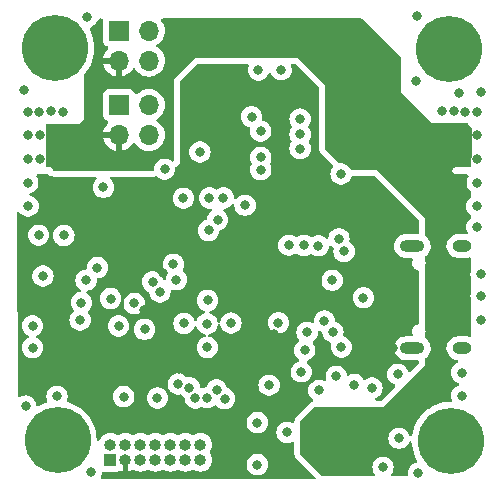
<source format=gbr>
%TF.GenerationSoftware,KiCad,Pcbnew,7.0.5-0*%
%TF.CreationDate,2023-07-12T10:20:26-04:00*%
%TF.ProjectId,stm32g431-mt6701-stspin233,73746d33-3267-4343-9331-2d6d74363730,rev?*%
%TF.SameCoordinates,Original*%
%TF.FileFunction,Copper,L3,Inr*%
%TF.FilePolarity,Positive*%
%FSLAX46Y46*%
G04 Gerber Fmt 4.6, Leading zero omitted, Abs format (unit mm)*
G04 Created by KiCad (PCBNEW 7.0.5-0) date 2023-07-12 10:20:26*
%MOMM*%
%LPD*%
G01*
G04 APERTURE LIST*
%TA.AperFunction,ComponentPad*%
%ADD10C,5.600000*%
%TD*%
%TA.AperFunction,ComponentPad*%
%ADD11R,1.000000X1.000000*%
%TD*%
%TA.AperFunction,ComponentPad*%
%ADD12O,1.000000X1.000000*%
%TD*%
%TA.AperFunction,ComponentPad*%
%ADD13O,2.100000X1.000000*%
%TD*%
%TA.AperFunction,ComponentPad*%
%ADD14O,1.600000X1.000000*%
%TD*%
%TA.AperFunction,ComponentPad*%
%ADD15R,1.700000X1.700000*%
%TD*%
%TA.AperFunction,ComponentPad*%
%ADD16O,1.700000X1.700000*%
%TD*%
%TA.AperFunction,ViaPad*%
%ADD17C,0.800000*%
%TD*%
G04 APERTURE END LIST*
D10*
%TO.N,GND*%
%TO.C,H104*%
X145075000Y-83875000D03*
%TD*%
D11*
%TO.N,unconnected-(J201-NC-Pad1)*%
%TO.C,J201*%
X116275000Y-85475000D03*
D12*
%TO.N,unconnected-(J201-NC-Pad2)*%
X116275000Y-84205000D03*
%TO.N,+3V3*%
X117545000Y-85475000D03*
%TO.N,/mcu/SDIO*%
X117545000Y-84205000D03*
%TO.N,GND*%
X118815000Y-85475000D03*
%TO.N,/mcu/SWCLK*%
X118815000Y-84205000D03*
%TO.N,GND*%
X120085000Y-85475000D03*
%TO.N,unconnected-(J201-JTDO{slash}SWO-Pad8)*%
X120085000Y-84205000D03*
%TO.N,unconnected-(J201-JRCLK{slash}NC-Pad9)*%
X121355000Y-85475000D03*
%TO.N,unconnected-(J201-JTDI{slash}NC-Pad10)*%
X121355000Y-84205000D03*
%TO.N,GND*%
X122625000Y-85475000D03*
%TO.N,/mcu/RESET*%
X122625000Y-84205000D03*
%TO.N,/UART_TX*%
X123895000Y-85475000D03*
%TO.N,/UART_RX*%
X123895000Y-84205000D03*
%TD*%
D10*
%TO.N,GND*%
%TO.C,H101*%
X144950000Y-50650000D03*
%TD*%
D13*
%TO.N,GND*%
%TO.C,J601*%
X141845000Y-76020000D03*
D14*
X146025000Y-76020000D03*
D13*
X141845000Y-67380000D03*
D14*
X146025000Y-67380000D03*
%TD*%
D10*
%TO.N,GND*%
%TO.C,H102*%
X111600000Y-50625000D03*
%TD*%
%TO.N,GND*%
%TO.C,H103*%
X111800000Y-83800000D03*
%TD*%
D15*
%TO.N,/I2C_SCL*%
%TO.C,J101*%
X116985000Y-49135000D03*
D16*
%TO.N,/I2C_SDA*%
X119525000Y-49135000D03*
%TO.N,Vmot*%
X116985000Y-51675000D03*
%TO.N,GND*%
X119525000Y-51675000D03*
%TD*%
D15*
%TO.N,/UART_TX*%
%TO.C,J102*%
X116985000Y-55425000D03*
D16*
%TO.N,/UART_RX*%
X119525000Y-55425000D03*
%TO.N,Vmot*%
X116985000Y-57965000D03*
%TO.N,GND*%
X119525000Y-57965000D03*
%TD*%
D17*
%TO.N,+3V3*%
X134750000Y-65775000D03*
X133200000Y-65775000D03*
X130112569Y-74793509D03*
X119138314Y-72762394D03*
X130650000Y-65725000D03*
X132175000Y-65750000D03*
X135054575Y-71783425D03*
X125700000Y-84950000D03*
X119600000Y-63425000D03*
X126200000Y-52975000D03*
X122054039Y-77769620D03*
X125850000Y-68650000D03*
X140195511Y-76025138D03*
X120693201Y-69677750D03*
%TO.N,GND*%
X130725000Y-52450000D03*
X136050000Y-67825000D03*
X145350000Y-55975000D03*
X110200000Y-66450000D03*
X146300000Y-56000000D03*
X132325000Y-56625000D03*
X112225000Y-56000000D03*
X132325000Y-57925000D03*
X132325000Y-59125000D03*
X147300000Y-65750000D03*
X139350000Y-86100000D03*
X110250000Y-56000000D03*
X128800000Y-52475000D03*
X128700000Y-85875000D03*
X135800000Y-61275500D03*
X147625000Y-54350000D03*
X109675000Y-74125000D03*
X109675000Y-75975000D03*
X109100000Y-80925000D03*
X114650000Y-86525000D03*
X147275000Y-56000000D03*
X147650000Y-69775000D03*
X111250000Y-55975000D03*
X113812299Y-72162299D03*
X145800000Y-54450000D03*
X124450000Y-73950000D03*
X112325000Y-66475000D03*
X125939193Y-80294416D03*
X146000000Y-80050000D03*
X118288178Y-72236777D03*
X142200000Y-47925000D03*
X128700000Y-82325000D03*
X109250000Y-56000000D03*
X123846221Y-59400129D03*
X126475000Y-73900000D03*
X137687000Y-71750000D03*
X144350000Y-55975000D03*
X131225000Y-83150000D03*
X135819322Y-75914749D03*
X129702122Y-79156515D03*
X146000000Y-78100000D03*
X110550000Y-69900000D03*
X142350000Y-86600000D03*
X121600500Y-68925000D03*
X127675000Y-63925000D03*
X122500000Y-73925000D03*
X142150000Y-53425000D03*
X117400000Y-80125000D03*
X147650000Y-71625000D03*
X114275000Y-47950000D03*
X124500000Y-71975000D03*
X124475000Y-75950000D03*
X108975000Y-54150000D03*
X147675000Y-73600000D03*
X113700000Y-73625000D03*
X133925000Y-79600000D03*
X111750000Y-80100000D03*
%TO.N,/mcu/RESET*%
X120250000Y-80250000D03*
%TO.N,/mcu/~{MOT_SHDN}*%
X135114000Y-74650000D03*
X130484010Y-73865588D03*
%TO.N,Vmot*%
X138300000Y-55650000D03*
X145350000Y-60025000D03*
X138300000Y-53175000D03*
X139357513Y-83457513D03*
X147300000Y-60000000D03*
X109275000Y-60000000D03*
X147300000Y-58000000D03*
X142250000Y-56875000D03*
X146300000Y-58000000D03*
X111250000Y-58000000D03*
X112250000Y-60000000D03*
X109275000Y-57975000D03*
X145350000Y-58000000D03*
X144325000Y-60000000D03*
X111250000Y-60000000D03*
X142250000Y-57825000D03*
X134875000Y-82950000D03*
X110275000Y-58000000D03*
X146300000Y-60025000D03*
X138300000Y-58050000D03*
X112250000Y-58000000D03*
X110275000Y-60000000D03*
X144350000Y-57975000D03*
%TO.N,+5V*%
X135050535Y-70275381D03*
X135625000Y-66750000D03*
%TO.N,/I2C_SCL*%
X122451000Y-63325000D03*
%TO.N,/I2C_SDA*%
X120464674Y-71260326D03*
%TO.N,/UART_TX*%
X122961089Y-79365735D03*
X114200000Y-70275000D03*
%TO.N,/UART_RX*%
X122014225Y-79045650D03*
X115175000Y-69200000D03*
%TO.N,/CAN_H*%
X115675000Y-62400000D03*
X109300000Y-64000000D03*
X129000500Y-60916764D03*
X147300000Y-64000000D03*
%TO.N,/CAN_L*%
X129000500Y-59850000D03*
X147325000Y-62000000D03*
X109275000Y-62000000D03*
%TO.N,/display/TFT_COPI*%
X124650000Y-63300000D03*
X119842851Y-70404319D03*
%TO.N,/motor driver/MOT_U*%
X140700000Y-83650000D03*
%TO.N,/motor driver/MOT_V*%
X140600000Y-78225000D03*
%TO.N,/motor driver/MOT_W*%
X138412015Y-79388386D03*
%TO.N,/mcu/SDIO*%
X125348302Y-65155479D03*
%TO.N,/mcu/SWCLK*%
X124580381Y-66055613D03*
%TO.N,/display/TFT_BL*%
X119159225Y-74424217D03*
X120864410Y-60864410D03*
%TO.N,/encoder/~{ENC_CS}*%
X123450906Y-80253546D03*
X131375000Y-67300000D03*
%TO.N,/display/~{TFT_CS}*%
X129000500Y-57650000D03*
X121855327Y-70212166D03*
%TO.N,/display/TFT_DC*%
X116282131Y-71820445D03*
X128225000Y-56425000D03*
%TO.N,/display/TFT_RESET*%
X125837701Y-63300500D03*
X116964504Y-74144476D03*
%TO.N,/encoder/ENC_SCK*%
X124450000Y-80225000D03*
X132650000Y-67325000D03*
%TO.N,/encoder/ENC_CIPO*%
X133880698Y-67355698D03*
X125260589Y-79560589D03*
%TO.N,/mcu/TIM1_CH3N*%
X132724500Y-76188045D03*
X135389500Y-78399500D03*
%TO.N,/mcu/TIM1_CH1*%
X132427500Y-78025000D03*
X132922955Y-74675000D03*
%TO.N,/mcu/TIM1_CH3*%
X136925000Y-79100500D03*
X134389500Y-73725000D03*
%TD*%
%TA.AperFunction,Conductor*%
%TO.N,+3V3*%
G36*
X127918321Y-51975185D02*
G01*
X127964076Y-52027989D01*
X127974020Y-52097147D01*
X127969213Y-52117818D01*
X127922450Y-52261740D01*
X127914326Y-52286744D01*
X127894540Y-52475000D01*
X127914326Y-52663256D01*
X127914327Y-52663259D01*
X127972818Y-52843277D01*
X127972821Y-52843284D01*
X128067467Y-53007216D01*
X128143846Y-53092043D01*
X128194129Y-53147888D01*
X128347265Y-53259148D01*
X128347270Y-53259151D01*
X128520192Y-53336142D01*
X128520197Y-53336144D01*
X128705354Y-53375500D01*
X128705355Y-53375500D01*
X128894644Y-53375500D01*
X128894646Y-53375500D01*
X129079803Y-53336144D01*
X129252730Y-53259151D01*
X129405871Y-53147888D01*
X129532533Y-53007216D01*
X129627179Y-52843284D01*
X129648631Y-52777263D01*
X129688067Y-52719589D01*
X129752425Y-52692390D01*
X129821272Y-52704304D01*
X129872748Y-52751548D01*
X129884492Y-52777263D01*
X129897819Y-52818280D01*
X129897821Y-52818284D01*
X129992467Y-52982216D01*
X130091356Y-53092043D01*
X130119129Y-53122888D01*
X130272265Y-53234148D01*
X130272270Y-53234151D01*
X130445192Y-53311142D01*
X130445197Y-53311144D01*
X130630354Y-53350500D01*
X130630355Y-53350500D01*
X130819644Y-53350500D01*
X130819646Y-53350500D01*
X131004803Y-53311144D01*
X131177730Y-53234151D01*
X131330871Y-53122888D01*
X131457533Y-52982216D01*
X131552179Y-52818284D01*
X131610674Y-52638256D01*
X131630460Y-52450000D01*
X131610674Y-52261744D01*
X131586904Y-52188590D01*
X131563910Y-52117818D01*
X131561915Y-52047977D01*
X131597996Y-51988144D01*
X131660697Y-51957316D01*
X131681841Y-51955500D01*
X131914254Y-51955500D01*
X131981293Y-51975185D01*
X132001935Y-51991819D01*
X133883180Y-53873064D01*
X133916665Y-53934387D01*
X133919499Y-53960745D01*
X133919499Y-59087178D01*
X133920949Y-59114217D01*
X133920950Y-59114234D01*
X133925230Y-59154038D01*
X133933885Y-59207444D01*
X133933885Y-59207447D01*
X133973351Y-59313256D01*
X133984168Y-59342257D01*
X134006555Y-59383256D01*
X134015768Y-59400129D01*
X134017653Y-59403580D01*
X134103877Y-59518761D01*
X134103881Y-59518765D01*
X134103886Y-59518771D01*
X135107889Y-60522774D01*
X135141374Y-60584097D01*
X135136390Y-60653789D01*
X135112358Y-60693427D01*
X135067468Y-60743282D01*
X135067464Y-60743287D01*
X134972821Y-60907215D01*
X134972818Y-60907222D01*
X134934690Y-61024570D01*
X134914326Y-61087244D01*
X134894540Y-61275500D01*
X134914326Y-61463756D01*
X134914327Y-61463759D01*
X134972818Y-61643777D01*
X134972821Y-61643784D01*
X135067467Y-61807716D01*
X135121553Y-61867784D01*
X135194129Y-61948388D01*
X135347265Y-62059648D01*
X135347270Y-62059651D01*
X135520192Y-62136642D01*
X135520197Y-62136644D01*
X135705354Y-62176000D01*
X135705355Y-62176000D01*
X135894644Y-62176000D01*
X135894646Y-62176000D01*
X136079803Y-62136644D01*
X136252730Y-62059651D01*
X136405871Y-61948388D01*
X136532533Y-61807716D01*
X136627179Y-61643784D01*
X136676763Y-61491180D01*
X136716199Y-61433507D01*
X136780558Y-61406308D01*
X136794693Y-61405500D01*
X138564254Y-61405500D01*
X138631293Y-61425185D01*
X138651935Y-61441818D01*
X142358182Y-65148066D01*
X142391666Y-65209387D01*
X142394500Y-65235745D01*
X142394500Y-66255500D01*
X142374815Y-66322539D01*
X142322011Y-66368294D01*
X142270500Y-66379500D01*
X141244257Y-66379500D01*
X141092560Y-66394925D01*
X140898420Y-66455837D01*
X140898405Y-66455844D01*
X140720500Y-66554589D01*
X140720495Y-66554592D01*
X140566106Y-66687132D01*
X140566104Y-66687134D01*
X140441554Y-66848037D01*
X140441553Y-66848040D01*
X140351940Y-67030728D01*
X140300937Y-67227714D01*
X140290631Y-67430936D01*
X140321442Y-67632063D01*
X140321445Y-67632075D01*
X140392111Y-67822881D01*
X140392113Y-67822884D01*
X140392114Y-67822887D01*
X140393431Y-67825000D01*
X140499745Y-67995567D01*
X140499747Y-67995569D01*
X140499748Y-67995571D01*
X140505576Y-68001702D01*
X140607714Y-68109151D01*
X140639941Y-68143053D01*
X140745954Y-68216840D01*
X140806949Y-68259294D01*
X140806950Y-68259294D01*
X140806951Y-68259295D01*
X140993942Y-68339540D01*
X141193259Y-68380500D01*
X141744409Y-68380500D01*
X141811448Y-68400185D01*
X141857203Y-68452989D01*
X141867147Y-68522147D01*
X141858970Y-68551953D01*
X141814313Y-68659763D01*
X141814312Y-68659765D01*
X141794534Y-68809999D01*
X141794534Y-68810000D01*
X141814312Y-68960234D01*
X141814313Y-68960236D01*
X141846878Y-69038856D01*
X141872302Y-69100233D01*
X141964549Y-69220451D01*
X142084767Y-69312698D01*
X142224764Y-69370687D01*
X142253727Y-69374500D01*
X142286685Y-69378839D01*
X142350582Y-69407106D01*
X142389053Y-69465430D01*
X142394500Y-69501778D01*
X142394500Y-73898221D01*
X142374815Y-73965260D01*
X142322011Y-74011015D01*
X142286687Y-74021160D01*
X142224764Y-74029313D01*
X142224763Y-74029313D01*
X142084770Y-74087300D01*
X142084767Y-74087301D01*
X142084767Y-74087302D01*
X141964549Y-74179549D01*
X141886149Y-74281722D01*
X141872300Y-74299770D01*
X141814313Y-74439763D01*
X141814312Y-74439765D01*
X141794534Y-74589999D01*
X141794534Y-74590000D01*
X141814312Y-74740234D01*
X141814313Y-74740236D01*
X141858970Y-74848047D01*
X141866439Y-74917517D01*
X141835164Y-74979996D01*
X141775075Y-75015648D01*
X141744409Y-75019500D01*
X141244257Y-75019500D01*
X141092560Y-75034925D01*
X140898420Y-75095837D01*
X140898405Y-75095844D01*
X140720500Y-75194589D01*
X140720495Y-75194592D01*
X140566106Y-75327132D01*
X140566104Y-75327134D01*
X140441554Y-75488037D01*
X140441553Y-75488040D01*
X140351940Y-75670728D01*
X140300937Y-75867714D01*
X140290631Y-76070936D01*
X140321442Y-76272063D01*
X140321445Y-76272075D01*
X140392111Y-76462881D01*
X140392115Y-76462888D01*
X140499745Y-76635567D01*
X140499747Y-76635569D01*
X140499748Y-76635571D01*
X140639941Y-76783053D01*
X140751832Y-76860931D01*
X140806949Y-76899294D01*
X140806950Y-76899294D01*
X140806951Y-76899295D01*
X140993942Y-76979540D01*
X141193259Y-77020500D01*
X142270500Y-77020500D01*
X142337539Y-77040185D01*
X142383294Y-77092989D01*
X142394500Y-77144500D01*
X142394500Y-77214252D01*
X142374815Y-77281291D01*
X142358181Y-77301933D01*
X141662524Y-77997589D01*
X141601201Y-78031074D01*
X141531509Y-78026090D01*
X141475576Y-77984218D01*
X141456912Y-77948225D01*
X141427182Y-77856724D01*
X141427180Y-77856720D01*
X141427179Y-77856716D01*
X141332533Y-77692784D01*
X141205871Y-77552112D01*
X141186939Y-77538357D01*
X141052734Y-77440851D01*
X141052729Y-77440848D01*
X140879807Y-77363857D01*
X140879802Y-77363855D01*
X140734001Y-77332865D01*
X140694646Y-77324500D01*
X140505354Y-77324500D01*
X140472897Y-77331398D01*
X140320197Y-77363855D01*
X140320192Y-77363857D01*
X140147270Y-77440848D01*
X140147265Y-77440851D01*
X139994129Y-77552111D01*
X139867466Y-77692785D01*
X139772821Y-77856715D01*
X139772818Y-77856722D01*
X139716168Y-78031074D01*
X139714326Y-78036744D01*
X139694540Y-78225000D01*
X139714326Y-78413256D01*
X139714327Y-78413259D01*
X139772818Y-78593277D01*
X139772821Y-78593284D01*
X139867467Y-78757216D01*
X139957668Y-78857394D01*
X139994129Y-78897888D01*
X140147265Y-79009148D01*
X140147270Y-79009151D01*
X140326134Y-79088788D01*
X140325538Y-79090126D01*
X140376954Y-79125271D01*
X140404162Y-79189625D01*
X140392259Y-79258473D01*
X140368654Y-79291461D01*
X139226935Y-80433181D01*
X139165612Y-80466666D01*
X139139254Y-80469500D01*
X138781131Y-80469500D01*
X138714092Y-80449815D01*
X138668337Y-80397011D01*
X138658393Y-80327853D01*
X138687418Y-80264297D01*
X138730695Y-80232221D01*
X138813120Y-80195522D01*
X138864745Y-80172537D01*
X139017886Y-80061274D01*
X139144548Y-79920602D01*
X139239194Y-79756670D01*
X139297689Y-79576642D01*
X139317475Y-79388386D01*
X139297689Y-79200130D01*
X139239194Y-79020102D01*
X139144548Y-78856170D01*
X139017886Y-78715498D01*
X138995867Y-78699500D01*
X138864749Y-78604237D01*
X138864744Y-78604234D01*
X138691822Y-78527243D01*
X138691817Y-78527241D01*
X138536978Y-78494330D01*
X138506661Y-78487886D01*
X138317369Y-78487886D01*
X138287052Y-78494330D01*
X138132212Y-78527241D01*
X138132207Y-78527243D01*
X137959286Y-78604234D01*
X137872740Y-78667113D01*
X137806933Y-78690592D01*
X137738879Y-78674766D01*
X137692468Y-78628794D01*
X137657533Y-78568284D01*
X137530871Y-78427612D01*
X137511112Y-78413256D01*
X137377734Y-78316351D01*
X137377729Y-78316348D01*
X137204807Y-78239357D01*
X137204802Y-78239355D01*
X137059001Y-78208365D01*
X137019646Y-78200000D01*
X136830354Y-78200000D01*
X136797897Y-78206898D01*
X136645197Y-78239355D01*
X136645192Y-78239357D01*
X136472270Y-78316348D01*
X136466637Y-78319601D01*
X136465883Y-78318295D01*
X136407352Y-78339171D01*
X136339300Y-78323336D01*
X136290612Y-78273224D01*
X136276970Y-78228335D01*
X136275174Y-78211244D01*
X136216679Y-78031216D01*
X136122033Y-77867284D01*
X135995371Y-77726612D01*
X135995370Y-77726611D01*
X135842234Y-77615351D01*
X135842229Y-77615348D01*
X135669307Y-77538357D01*
X135669302Y-77538355D01*
X135523501Y-77507365D01*
X135484146Y-77499000D01*
X135294854Y-77499000D01*
X135262397Y-77505898D01*
X135109697Y-77538355D01*
X135109692Y-77538357D01*
X134936770Y-77615348D01*
X134936765Y-77615351D01*
X134783629Y-77726611D01*
X134656966Y-77867285D01*
X134562321Y-78031215D01*
X134562318Y-78031222D01*
X134512513Y-78184507D01*
X134503826Y-78211244D01*
X134484040Y-78399500D01*
X134503826Y-78587756D01*
X134503827Y-78587759D01*
X134525735Y-78655186D01*
X134527730Y-78725028D01*
X134491649Y-78784860D01*
X134428948Y-78815688D01*
X134359534Y-78807723D01*
X134357368Y-78806783D01*
X134204807Y-78738857D01*
X134204802Y-78738855D01*
X134059001Y-78707865D01*
X134019646Y-78699500D01*
X133830354Y-78699500D01*
X133797897Y-78706398D01*
X133645197Y-78738855D01*
X133645192Y-78738857D01*
X133472270Y-78815848D01*
X133472265Y-78815851D01*
X133319129Y-78927111D01*
X133192466Y-79067785D01*
X133097821Y-79231715D01*
X133097818Y-79231722D01*
X133039327Y-79411740D01*
X133039326Y-79411744D01*
X133019540Y-79600000D01*
X133039326Y-79788256D01*
X133039327Y-79788259D01*
X133097818Y-79968277D01*
X133097821Y-79968284D01*
X133192467Y-80132216D01*
X133300421Y-80252111D01*
X133319129Y-80272888D01*
X133393163Y-80326677D01*
X133435829Y-80382007D01*
X133441808Y-80451620D01*
X133409202Y-80513415D01*
X133379706Y-80535825D01*
X133357103Y-80548168D01*
X133321422Y-80567651D01*
X133206240Y-80653876D01*
X133206228Y-80653886D01*
X131994326Y-81865787D01*
X131976220Y-81885944D01*
X131951080Y-81917138D01*
X131919433Y-81961023D01*
X131919431Y-81961026D01*
X131859660Y-82091907D01*
X131839984Y-82158917D01*
X131839977Y-82158936D01*
X131825598Y-82258949D01*
X131796573Y-82322505D01*
X131737795Y-82360279D01*
X131667925Y-82360279D01*
X131652424Y-82354581D01*
X131504807Y-82288857D01*
X131504802Y-82288855D01*
X131359000Y-82257865D01*
X131319646Y-82249500D01*
X131130354Y-82249500D01*
X131097897Y-82256398D01*
X130945197Y-82288855D01*
X130945192Y-82288857D01*
X130772270Y-82365848D01*
X130772265Y-82365851D01*
X130619129Y-82477111D01*
X130492466Y-82617785D01*
X130397821Y-82781715D01*
X130397818Y-82781722D01*
X130373289Y-82857216D01*
X130339326Y-82961744D01*
X130319540Y-83150000D01*
X130339326Y-83338256D01*
X130339327Y-83338259D01*
X130397818Y-83518277D01*
X130397821Y-83518284D01*
X130492467Y-83682216D01*
X130616768Y-83820266D01*
X130619129Y-83822888D01*
X130772265Y-83934148D01*
X130772270Y-83934151D01*
X130945192Y-84011142D01*
X130945197Y-84011144D01*
X131130354Y-84050500D01*
X131130355Y-84050500D01*
X131319644Y-84050500D01*
X131319646Y-84050500D01*
X131504803Y-84011144D01*
X131645064Y-83948694D01*
X131714314Y-83939410D01*
X131777590Y-83969038D01*
X131814804Y-84028172D01*
X131819500Y-84061974D01*
X131819500Y-84887186D01*
X131820949Y-84914225D01*
X131820950Y-84914242D01*
X131825227Y-84954011D01*
X131825233Y-84954061D01*
X131833883Y-85007442D01*
X131833884Y-85007446D01*
X131884165Y-85142251D01*
X131884167Y-85142256D01*
X131917652Y-85203579D01*
X132003876Y-85318760D01*
X132003880Y-85318764D01*
X132003885Y-85318770D01*
X133608820Y-86923705D01*
X133642305Y-86985028D01*
X133637321Y-87054720D01*
X133595449Y-87110653D01*
X133529985Y-87135070D01*
X133520793Y-87135386D01*
X115580712Y-87085358D01*
X115513728Y-87065486D01*
X115468120Y-87012555D01*
X115458370Y-86943369D01*
X115473671Y-86899359D01*
X115477179Y-86893284D01*
X115535674Y-86713256D01*
X115549530Y-86581412D01*
X115576113Y-86516803D01*
X115633410Y-86476817D01*
X115686103Y-86471089D01*
X115727127Y-86475500D01*
X116822872Y-86475499D01*
X116882483Y-86469091D01*
X116904112Y-86461024D01*
X117017329Y-86418797D01*
X117017329Y-86418796D01*
X117017331Y-86418796D01*
X117025822Y-86412439D01*
X117091284Y-86388021D01*
X117154628Y-86401502D01*
X117154830Y-86401016D01*
X117157461Y-86402105D01*
X117158585Y-86402345D01*
X117160462Y-86403348D01*
X117295000Y-86444159D01*
X117294999Y-85682672D01*
X117332871Y-85727805D01*
X117432129Y-85785112D01*
X117516564Y-85800000D01*
X117573436Y-85800000D01*
X117657871Y-85785112D01*
X117757129Y-85727805D01*
X117795000Y-85682672D01*
X117795000Y-86444159D01*
X117929534Y-86403349D01*
X118103259Y-86310492D01*
X118108320Y-86307111D01*
X118109444Y-86308793D01*
X118165203Y-86285086D01*
X118234075Y-86296851D01*
X118251186Y-86307843D01*
X118251399Y-86307526D01*
X118256457Y-86310906D01*
X118256462Y-86310910D01*
X118394594Y-86384743D01*
X118427524Y-86402345D01*
X118430273Y-86403814D01*
X118618868Y-86461024D01*
X118815000Y-86480341D01*
X119011132Y-86461024D01*
X119199727Y-86403814D01*
X119373538Y-86310910D01*
X119373544Y-86310904D01*
X119378607Y-86307523D01*
X119379703Y-86309164D01*
X119435639Y-86285405D01*
X119504507Y-86297194D01*
X119521148Y-86307888D01*
X119521393Y-86307523D01*
X119526458Y-86310907D01*
X119526462Y-86310910D01*
X119670726Y-86388021D01*
X119697524Y-86402345D01*
X119700273Y-86403814D01*
X119888868Y-86461024D01*
X120085000Y-86480341D01*
X120281132Y-86461024D01*
X120469727Y-86403814D01*
X120643538Y-86310910D01*
X120643544Y-86310904D01*
X120648607Y-86307523D01*
X120649703Y-86309164D01*
X120705639Y-86285405D01*
X120774507Y-86297194D01*
X120791148Y-86307888D01*
X120791393Y-86307523D01*
X120796458Y-86310907D01*
X120796462Y-86310910D01*
X120940726Y-86388021D01*
X120967524Y-86402345D01*
X120970273Y-86403814D01*
X121158868Y-86461024D01*
X121355000Y-86480341D01*
X121551132Y-86461024D01*
X121739727Y-86403814D01*
X121913538Y-86310910D01*
X121913544Y-86310904D01*
X121918607Y-86307523D01*
X121919703Y-86309164D01*
X121975639Y-86285405D01*
X122044507Y-86297194D01*
X122061148Y-86307888D01*
X122061393Y-86307523D01*
X122066458Y-86310907D01*
X122066462Y-86310910D01*
X122210726Y-86388021D01*
X122237524Y-86402345D01*
X122240273Y-86403814D01*
X122428868Y-86461024D01*
X122625000Y-86480341D01*
X122821132Y-86461024D01*
X123009727Y-86403814D01*
X123183538Y-86310910D01*
X123183544Y-86310904D01*
X123188607Y-86307523D01*
X123189703Y-86309164D01*
X123245639Y-86285405D01*
X123314507Y-86297194D01*
X123331148Y-86307888D01*
X123331393Y-86307523D01*
X123336458Y-86310907D01*
X123336462Y-86310910D01*
X123480726Y-86388021D01*
X123507524Y-86402345D01*
X123510273Y-86403814D01*
X123698868Y-86461024D01*
X123895000Y-86480341D01*
X124091132Y-86461024D01*
X124279727Y-86403814D01*
X124282476Y-86402345D01*
X124453532Y-86310913D01*
X124453538Y-86310910D01*
X124605883Y-86185883D01*
X124730910Y-86033538D01*
X124815484Y-85875311D01*
X124815650Y-85875000D01*
X127794540Y-85875000D01*
X127814326Y-86063256D01*
X127814327Y-86063259D01*
X127872818Y-86243277D01*
X127872821Y-86243284D01*
X127967467Y-86407216D01*
X128083245Y-86535800D01*
X128094129Y-86547888D01*
X128247265Y-86659148D01*
X128247270Y-86659151D01*
X128420192Y-86736142D01*
X128420197Y-86736144D01*
X128605354Y-86775500D01*
X128605355Y-86775500D01*
X128794644Y-86775500D01*
X128794646Y-86775500D01*
X128979803Y-86736144D01*
X129152730Y-86659151D01*
X129305871Y-86547888D01*
X129432533Y-86407216D01*
X129527179Y-86243284D01*
X129585674Y-86063256D01*
X129605460Y-85875000D01*
X129585674Y-85686744D01*
X129527179Y-85506716D01*
X129432533Y-85342784D01*
X129305871Y-85202112D01*
X129290610Y-85191024D01*
X129152734Y-85090851D01*
X129152729Y-85090848D01*
X128979807Y-85013857D01*
X128979802Y-85013855D01*
X128834001Y-84982865D01*
X128794646Y-84974500D01*
X128605354Y-84974500D01*
X128572897Y-84981398D01*
X128420197Y-85013855D01*
X128420192Y-85013857D01*
X128247270Y-85090848D01*
X128247265Y-85090851D01*
X128094129Y-85202111D01*
X127967466Y-85342785D01*
X127872821Y-85506715D01*
X127872818Y-85506722D01*
X127814327Y-85686740D01*
X127814326Y-85686744D01*
X127794540Y-85875000D01*
X124815650Y-85875000D01*
X124823811Y-85859733D01*
X124823811Y-85859732D01*
X124823814Y-85859727D01*
X124881024Y-85671132D01*
X124900341Y-85475000D01*
X124881024Y-85278868D01*
X124823814Y-85090273D01*
X124730910Y-84916462D01*
X124730907Y-84916458D01*
X124727523Y-84911393D01*
X124729160Y-84910298D01*
X124705403Y-84854336D01*
X124717204Y-84785470D01*
X124727888Y-84768851D01*
X124727523Y-84768607D01*
X124730904Y-84763544D01*
X124730910Y-84763538D01*
X124823814Y-84589727D01*
X124881024Y-84401132D01*
X124900341Y-84205000D01*
X124881024Y-84008868D01*
X124823814Y-83820273D01*
X124823811Y-83820269D01*
X124823811Y-83820266D01*
X124730913Y-83646467D01*
X124730909Y-83646460D01*
X124605883Y-83494116D01*
X124453539Y-83369090D01*
X124453532Y-83369086D01*
X124279733Y-83276188D01*
X124279727Y-83276186D01*
X124091132Y-83218976D01*
X124091129Y-83218975D01*
X123895000Y-83199659D01*
X123698870Y-83218975D01*
X123510266Y-83276188D01*
X123336467Y-83369086D01*
X123331399Y-83372473D01*
X123330305Y-83370836D01*
X123274337Y-83394596D01*
X123205471Y-83382795D01*
X123188843Y-83372109D01*
X123188601Y-83372473D01*
X123183532Y-83369086D01*
X123009733Y-83276188D01*
X123009727Y-83276186D01*
X122821132Y-83218976D01*
X122821129Y-83218975D01*
X122625000Y-83199659D01*
X122428870Y-83218975D01*
X122240266Y-83276188D01*
X122066467Y-83369086D01*
X122061399Y-83372473D01*
X122060305Y-83370836D01*
X122004337Y-83394596D01*
X121935471Y-83382795D01*
X121918843Y-83372109D01*
X121918601Y-83372473D01*
X121913532Y-83369086D01*
X121739733Y-83276188D01*
X121739727Y-83276186D01*
X121551132Y-83218976D01*
X121551129Y-83218975D01*
X121355000Y-83199659D01*
X121158870Y-83218975D01*
X120970266Y-83276188D01*
X120796467Y-83369086D01*
X120791399Y-83372473D01*
X120790305Y-83370836D01*
X120734337Y-83394596D01*
X120665471Y-83382795D01*
X120648843Y-83372109D01*
X120648601Y-83372473D01*
X120643532Y-83369086D01*
X120469733Y-83276188D01*
X120469727Y-83276186D01*
X120281132Y-83218976D01*
X120281129Y-83218975D01*
X120085000Y-83199659D01*
X119888870Y-83218975D01*
X119700266Y-83276188D01*
X119526467Y-83369086D01*
X119521399Y-83372473D01*
X119520305Y-83370836D01*
X119464337Y-83394596D01*
X119395471Y-83382795D01*
X119378843Y-83372109D01*
X119378601Y-83372473D01*
X119373532Y-83369086D01*
X119199733Y-83276188D01*
X119199727Y-83276186D01*
X119011132Y-83218976D01*
X119011129Y-83218975D01*
X118815000Y-83199659D01*
X118618870Y-83218975D01*
X118430266Y-83276188D01*
X118256467Y-83369086D01*
X118251399Y-83372473D01*
X118250305Y-83370836D01*
X118194337Y-83394596D01*
X118125471Y-83382795D01*
X118108843Y-83372109D01*
X118108601Y-83372473D01*
X118103532Y-83369086D01*
X117929733Y-83276188D01*
X117929727Y-83276186D01*
X117741132Y-83218976D01*
X117741129Y-83218975D01*
X117545000Y-83199659D01*
X117348870Y-83218975D01*
X117160266Y-83276188D01*
X116986465Y-83369087D01*
X116981405Y-83372469D01*
X116980314Y-83370836D01*
X116924317Y-83394600D01*
X116855453Y-83382787D01*
X116838844Y-83372109D01*
X116838601Y-83372474D01*
X116833540Y-83369091D01*
X116833538Y-83369090D01*
X116815698Y-83359554D01*
X116659730Y-83276187D01*
X116471129Y-83218975D01*
X116275000Y-83199659D01*
X116078870Y-83218975D01*
X115890266Y-83276188D01*
X115716467Y-83369086D01*
X115716460Y-83369090D01*
X115564116Y-83494116D01*
X115439090Y-83646460D01*
X115439086Y-83646467D01*
X115346185Y-83820273D01*
X115343856Y-83825897D01*
X115341906Y-83825089D01*
X115308826Y-83875522D01*
X115245002Y-83903952D01*
X115175940Y-83893363D01*
X115123565Y-83847117D01*
X115104684Y-83787771D01*
X115085972Y-83442629D01*
X115084203Y-83431841D01*
X115028073Y-83089460D01*
X115028072Y-83089459D01*
X115028071Y-83089448D01*
X114932324Y-82744597D01*
X114845360Y-82526333D01*
X114799857Y-82412129D01*
X114799848Y-82412111D01*
X114775322Y-82365851D01*
X114753664Y-82325000D01*
X127794540Y-82325000D01*
X127814326Y-82513256D01*
X127814327Y-82513259D01*
X127872818Y-82693277D01*
X127872821Y-82693284D01*
X127967467Y-82857216D01*
X128061581Y-82961740D01*
X128094129Y-82997888D01*
X128247265Y-83109148D01*
X128247270Y-83109151D01*
X128420192Y-83186142D01*
X128420197Y-83186144D01*
X128605354Y-83225500D01*
X128605355Y-83225500D01*
X128794644Y-83225500D01*
X128794646Y-83225500D01*
X128979803Y-83186144D01*
X129152730Y-83109151D01*
X129305871Y-82997888D01*
X129432533Y-82857216D01*
X129527179Y-82693284D01*
X129585674Y-82513256D01*
X129605460Y-82325000D01*
X129585674Y-82136744D01*
X129527179Y-81956716D01*
X129432533Y-81792784D01*
X129305871Y-81652112D01*
X129305870Y-81652111D01*
X129152734Y-81540851D01*
X129152729Y-81540848D01*
X128979807Y-81463857D01*
X128979802Y-81463855D01*
X128834000Y-81432865D01*
X128794646Y-81424500D01*
X128605354Y-81424500D01*
X128572897Y-81431398D01*
X128420197Y-81463855D01*
X128420192Y-81463857D01*
X128247270Y-81540848D01*
X128247265Y-81540851D01*
X128094129Y-81652111D01*
X127967466Y-81792785D01*
X127872821Y-81956715D01*
X127872818Y-81956722D01*
X127827589Y-82095924D01*
X127814326Y-82136744D01*
X127794540Y-82325000D01*
X114753664Y-82325000D01*
X114713637Y-82249500D01*
X114632215Y-82095922D01*
X114632213Y-82095919D01*
X114632211Y-82095915D01*
X114431365Y-81799689D01*
X114431361Y-81799684D01*
X114431358Y-81799680D01*
X114199668Y-81526914D01*
X114199667Y-81526914D01*
X113939837Y-81280789D01*
X113939830Y-81280783D01*
X113939827Y-81280781D01*
X113826873Y-81194916D01*
X113654919Y-81064200D01*
X113348253Y-80879685D01*
X113348252Y-80879684D01*
X113348248Y-80879682D01*
X113348244Y-80879680D01*
X113023447Y-80729414D01*
X113023431Y-80729407D01*
X112825450Y-80662700D01*
X112684274Y-80615132D01*
X112673321Y-80612721D01*
X112612081Y-80579085D01*
X112578747Y-80517679D01*
X112582047Y-80453302D01*
X112601710Y-80392785D01*
X112635674Y-80288256D01*
X112652832Y-80125000D01*
X116494540Y-80125000D01*
X116514326Y-80313256D01*
X116514327Y-80313259D01*
X116572818Y-80493277D01*
X116572821Y-80493284D01*
X116667467Y-80657216D01*
X116732470Y-80729409D01*
X116794129Y-80797888D01*
X116947265Y-80909148D01*
X116947270Y-80909151D01*
X117120192Y-80986142D01*
X117120197Y-80986144D01*
X117305354Y-81025500D01*
X117305355Y-81025500D01*
X117494644Y-81025500D01*
X117494646Y-81025500D01*
X117679803Y-80986144D01*
X117852730Y-80909151D01*
X118005871Y-80797888D01*
X118132533Y-80657216D01*
X118227179Y-80493284D01*
X118285674Y-80313256D01*
X118292322Y-80250000D01*
X119344540Y-80250000D01*
X119364326Y-80438256D01*
X119364327Y-80438259D01*
X119422818Y-80618277D01*
X119422821Y-80618284D01*
X119517467Y-80782216D01*
X119605224Y-80879680D01*
X119644129Y-80922888D01*
X119797265Y-81034148D01*
X119797270Y-81034151D01*
X119970192Y-81111142D01*
X119970197Y-81111144D01*
X120155354Y-81150500D01*
X120155355Y-81150500D01*
X120344644Y-81150500D01*
X120344646Y-81150500D01*
X120529803Y-81111144D01*
X120702730Y-81034151D01*
X120855871Y-80922888D01*
X120982533Y-80782216D01*
X121077179Y-80618284D01*
X121135674Y-80438256D01*
X121155460Y-80250000D01*
X121135674Y-80061744D01*
X121077179Y-79881716D01*
X120982533Y-79717784D01*
X120855871Y-79577112D01*
X120855870Y-79577111D01*
X120702734Y-79465851D01*
X120702729Y-79465848D01*
X120529807Y-79388857D01*
X120529802Y-79388855D01*
X120384000Y-79357865D01*
X120344646Y-79349500D01*
X120155354Y-79349500D01*
X120134404Y-79353953D01*
X119970197Y-79388855D01*
X119970192Y-79388857D01*
X119797270Y-79465848D01*
X119797265Y-79465851D01*
X119644129Y-79577111D01*
X119517466Y-79717785D01*
X119422821Y-79881715D01*
X119422818Y-79881722D01*
X119364327Y-80061740D01*
X119364326Y-80061744D01*
X119344540Y-80250000D01*
X118292322Y-80250000D01*
X118305460Y-80125000D01*
X118285674Y-79936744D01*
X118227179Y-79756716D01*
X118132533Y-79592784D01*
X118005871Y-79452112D01*
X118005870Y-79452111D01*
X117852734Y-79340851D01*
X117852729Y-79340848D01*
X117679807Y-79263857D01*
X117679802Y-79263855D01*
X117505217Y-79226747D01*
X117494646Y-79224500D01*
X117305354Y-79224500D01*
X117294783Y-79226747D01*
X117120197Y-79263855D01*
X117120192Y-79263857D01*
X116947270Y-79340848D01*
X116947265Y-79340851D01*
X116794129Y-79452111D01*
X116667466Y-79592785D01*
X116572821Y-79756715D01*
X116572818Y-79756722D01*
X116514327Y-79936740D01*
X116514326Y-79936744D01*
X116494540Y-80125000D01*
X112652832Y-80125000D01*
X112655460Y-80100000D01*
X112635674Y-79911744D01*
X112577179Y-79731716D01*
X112482533Y-79567784D01*
X112355871Y-79427112D01*
X112337733Y-79413934D01*
X112202734Y-79315851D01*
X112202729Y-79315848D01*
X112029807Y-79238857D01*
X112029802Y-79238855D01*
X111884000Y-79207865D01*
X111844646Y-79199500D01*
X111655354Y-79199500D01*
X111622897Y-79206398D01*
X111470197Y-79238855D01*
X111470192Y-79238857D01*
X111297270Y-79315848D01*
X111297265Y-79315851D01*
X111144129Y-79427111D01*
X111017466Y-79567785D01*
X110922821Y-79731715D01*
X110922818Y-79731722D01*
X110865935Y-79906792D01*
X110864326Y-79911744D01*
X110844540Y-80100000D01*
X110864326Y-80288256D01*
X110864327Y-80288259D01*
X110922820Y-80468282D01*
X110923340Y-80469450D01*
X110923438Y-80470186D01*
X110924829Y-80474465D01*
X110924046Y-80474719D01*
X110932624Y-80538700D01*
X110902996Y-80601976D01*
X110849654Y-80637394D01*
X110714887Y-80682802D01*
X110576565Y-80729409D01*
X110576562Y-80729410D01*
X110576563Y-80729410D01*
X110576552Y-80729414D01*
X110251755Y-80879680D01*
X110251747Y-80879684D01*
X110182517Y-80921338D01*
X110114925Y-80939033D01*
X110048497Y-80917376D01*
X110004323Y-80863242D01*
X109995271Y-80828055D01*
X109985674Y-80736744D01*
X109927179Y-80556716D01*
X109832533Y-80392784D01*
X109705871Y-80252112D01*
X109702964Y-80250000D01*
X109552734Y-80140851D01*
X109552729Y-80140848D01*
X109379807Y-80063857D01*
X109379802Y-80063855D01*
X109218715Y-80029616D01*
X109194646Y-80024500D01*
X109005354Y-80024500D01*
X108981285Y-80029616D01*
X108820197Y-80063855D01*
X108820192Y-80063857D01*
X108645366Y-80141696D01*
X108576116Y-80150981D01*
X108512839Y-80121353D01*
X108475626Y-80062218D01*
X108470936Y-80029619D01*
X108461423Y-79045650D01*
X121108765Y-79045650D01*
X121128551Y-79233906D01*
X121128552Y-79233909D01*
X121187043Y-79413927D01*
X121187046Y-79413934D01*
X121281692Y-79577866D01*
X121335641Y-79637782D01*
X121408354Y-79718538D01*
X121561490Y-79829798D01*
X121561495Y-79829801D01*
X121734417Y-79906792D01*
X121734422Y-79906794D01*
X121919579Y-79946150D01*
X121919580Y-79946150D01*
X122108869Y-79946150D01*
X122108871Y-79946150D01*
X122175730Y-79931938D01*
X122245393Y-79937253D01*
X122293658Y-79970255D01*
X122355217Y-80038622D01*
X122355224Y-80038628D01*
X122495017Y-80140193D01*
X122537683Y-80195522D01*
X122544596Y-80247049D01*
X122545446Y-80247049D01*
X122545446Y-80253383D01*
X122545455Y-80253451D01*
X122545446Y-80253536D01*
X122545446Y-80253543D01*
X122545446Y-80253546D01*
X122565232Y-80441802D01*
X122565233Y-80441805D01*
X122623724Y-80621823D01*
X122623727Y-80621830D01*
X122718373Y-80785762D01*
X122829471Y-80909148D01*
X122845035Y-80926434D01*
X122998171Y-81037694D01*
X122998176Y-81037697D01*
X123171098Y-81114688D01*
X123171103Y-81114690D01*
X123356260Y-81154046D01*
X123356261Y-81154046D01*
X123545550Y-81154046D01*
X123545552Y-81154046D01*
X123730709Y-81114690D01*
X123903636Y-81037697D01*
X123905649Y-81036234D01*
X123907016Y-81035746D01*
X123909265Y-81034448D01*
X123909502Y-81034859D01*
X123971451Y-81012750D01*
X124028976Y-81023267D01*
X124170197Y-81086144D01*
X124355354Y-81125500D01*
X124355355Y-81125500D01*
X124544644Y-81125500D01*
X124544646Y-81125500D01*
X124729803Y-81086144D01*
X124902730Y-81009151D01*
X125055871Y-80897888D01*
X125071195Y-80880868D01*
X125130679Y-80844220D01*
X125200536Y-80845549D01*
X125255493Y-80880867D01*
X125307867Y-80939033D01*
X125333322Y-80967304D01*
X125486458Y-81078564D01*
X125486463Y-81078567D01*
X125659385Y-81155558D01*
X125659390Y-81155560D01*
X125844547Y-81194916D01*
X125844548Y-81194916D01*
X126033837Y-81194916D01*
X126033839Y-81194916D01*
X126218996Y-81155560D01*
X126391923Y-81078567D01*
X126545064Y-80967304D01*
X126671726Y-80826632D01*
X126766372Y-80662700D01*
X126824867Y-80482672D01*
X126844653Y-80294416D01*
X126824867Y-80106160D01*
X126769819Y-79936740D01*
X126766374Y-79926138D01*
X126766373Y-79926137D01*
X126766372Y-79926132D01*
X126671726Y-79762200D01*
X126545064Y-79621528D01*
X126545063Y-79621527D01*
X126391927Y-79510267D01*
X126391922Y-79510264D01*
X126213059Y-79430628D01*
X126213652Y-79429294D01*
X126162219Y-79394117D01*
X126140291Y-79353953D01*
X126087770Y-79192311D01*
X126087769Y-79192308D01*
X126087768Y-79192305D01*
X126067105Y-79156515D01*
X128796662Y-79156515D01*
X128816448Y-79344771D01*
X128816449Y-79344774D01*
X128874940Y-79524792D01*
X128874943Y-79524799D01*
X128969589Y-79688731D01*
X129082488Y-79814118D01*
X129096251Y-79829403D01*
X129249387Y-79940663D01*
X129249392Y-79940666D01*
X129422314Y-80017657D01*
X129422319Y-80017659D01*
X129607476Y-80057015D01*
X129607477Y-80057015D01*
X129796766Y-80057015D01*
X129796768Y-80057015D01*
X129981925Y-80017659D01*
X130154852Y-79940666D01*
X130307993Y-79829403D01*
X130434655Y-79688731D01*
X130529301Y-79524799D01*
X130587796Y-79344771D01*
X130607582Y-79156515D01*
X130587796Y-78968259D01*
X130529301Y-78788231D01*
X130434655Y-78624299D01*
X130307993Y-78483627D01*
X130307992Y-78483626D01*
X130154856Y-78372366D01*
X130154851Y-78372363D01*
X129981929Y-78295372D01*
X129981924Y-78295370D01*
X129836122Y-78264380D01*
X129796768Y-78256015D01*
X129607476Y-78256015D01*
X129581680Y-78261498D01*
X129422319Y-78295370D01*
X129422314Y-78295372D01*
X129249392Y-78372363D01*
X129249387Y-78372366D01*
X129096251Y-78483626D01*
X128969588Y-78624300D01*
X128874943Y-78788230D01*
X128874940Y-78788237D01*
X128816449Y-78968255D01*
X128816448Y-78968259D01*
X128796662Y-79156515D01*
X126067105Y-79156515D01*
X125993122Y-79028373D01*
X125866460Y-78887701D01*
X125864317Y-78886144D01*
X125713323Y-78776440D01*
X125713318Y-78776437D01*
X125540396Y-78699446D01*
X125540391Y-78699444D01*
X125394590Y-78668454D01*
X125355235Y-78660089D01*
X125165943Y-78660089D01*
X125133486Y-78666987D01*
X124980786Y-78699444D01*
X124980781Y-78699446D01*
X124807859Y-78776437D01*
X124807854Y-78776440D01*
X124654718Y-78887700D01*
X124528055Y-79028374D01*
X124433410Y-79192304D01*
X124433408Y-79192308D01*
X124415184Y-79248398D01*
X124375746Y-79306073D01*
X124323034Y-79331369D01*
X124170197Y-79363855D01*
X124170192Y-79363857D01*
X124035851Y-79423671D01*
X123966601Y-79432956D01*
X123903324Y-79403328D01*
X123866111Y-79344193D01*
X123862095Y-79323359D01*
X123846763Y-79177479D01*
X123788268Y-78997451D01*
X123693622Y-78833519D01*
X123566960Y-78692847D01*
X123566959Y-78692846D01*
X123413823Y-78581586D01*
X123413818Y-78581583D01*
X123240896Y-78504592D01*
X123240891Y-78504590D01*
X123095090Y-78473600D01*
X123055735Y-78465235D01*
X122866443Y-78465235D01*
X122799582Y-78479446D01*
X122729915Y-78474129D01*
X122681653Y-78441127D01*
X122620096Y-78372762D01*
X122620095Y-78372761D01*
X122620089Y-78372756D01*
X122466959Y-78261501D01*
X122466954Y-78261498D01*
X122294032Y-78184507D01*
X122294027Y-78184505D01*
X122148225Y-78153515D01*
X122108871Y-78145150D01*
X121919579Y-78145150D01*
X121887122Y-78152048D01*
X121734422Y-78184505D01*
X121734417Y-78184507D01*
X121561495Y-78261498D01*
X121561490Y-78261501D01*
X121408354Y-78372761D01*
X121281691Y-78513435D01*
X121187046Y-78677365D01*
X121187043Y-78677372D01*
X121128948Y-78856171D01*
X121128551Y-78857394D01*
X121108765Y-79045650D01*
X108461423Y-79045650D01*
X108451556Y-78025000D01*
X131522040Y-78025000D01*
X131541826Y-78213256D01*
X131541827Y-78213259D01*
X131600318Y-78393277D01*
X131600321Y-78393284D01*
X131694967Y-78557216D01*
X131765927Y-78636025D01*
X131821629Y-78697888D01*
X131974765Y-78809148D01*
X131974770Y-78809151D01*
X132147692Y-78886142D01*
X132147697Y-78886144D01*
X132332854Y-78925500D01*
X132332855Y-78925500D01*
X132522144Y-78925500D01*
X132522146Y-78925500D01*
X132707303Y-78886144D01*
X132880230Y-78809151D01*
X133033371Y-78697888D01*
X133160033Y-78557216D01*
X133254679Y-78393284D01*
X133313174Y-78213256D01*
X133332960Y-78025000D01*
X133313174Y-77836744D01*
X133254679Y-77656716D01*
X133160033Y-77492784D01*
X133033371Y-77352112D01*
X132935894Y-77281291D01*
X132929541Y-77276675D01*
X132886876Y-77221345D01*
X132880897Y-77151731D01*
X132913503Y-77089936D01*
X132974342Y-77055579D01*
X132976548Y-77055088D01*
X133004303Y-77049189D01*
X133177230Y-76972196D01*
X133330371Y-76860933D01*
X133457033Y-76720261D01*
X133551679Y-76556329D01*
X133610174Y-76376301D01*
X133629960Y-76188045D01*
X133610174Y-75999789D01*
X133551679Y-75819761D01*
X133457033Y-75655829D01*
X133409955Y-75603544D01*
X133379726Y-75540554D01*
X133388351Y-75471219D01*
X133429221Y-75420255D01*
X133436462Y-75414994D01*
X133528826Y-75347888D01*
X133655488Y-75207216D01*
X133750134Y-75043284D01*
X133808629Y-74863256D01*
X133828415Y-74675000D01*
X133827258Y-74663994D01*
X133839827Y-74595266D01*
X133887559Y-74544242D01*
X133955299Y-74527124D01*
X134001015Y-74537755D01*
X134109691Y-74586142D01*
X134109694Y-74586142D01*
X134109697Y-74586144D01*
X134115807Y-74587442D01*
X134177289Y-74620632D01*
X134211068Y-74681793D01*
X134213349Y-74695764D01*
X134228326Y-74838256D01*
X134228327Y-74838259D01*
X134286818Y-75018277D01*
X134286821Y-75018284D01*
X134381467Y-75182216D01*
X134489421Y-75302111D01*
X134508129Y-75322888D01*
X134661265Y-75434148D01*
X134661270Y-75434151D01*
X134834191Y-75511142D01*
X134834193Y-75511142D01*
X134834197Y-75511144D01*
X134857967Y-75516196D01*
X134919448Y-75549387D01*
X134953225Y-75610550D01*
X134950118Y-75675802D01*
X134933648Y-75726490D01*
X134923845Y-75819760D01*
X134913862Y-75914749D01*
X134933648Y-76103005D01*
X134933649Y-76103008D01*
X134992140Y-76283026D01*
X134992143Y-76283033D01*
X135086789Y-76446965D01*
X135185255Y-76556322D01*
X135213451Y-76587637D01*
X135366587Y-76698897D01*
X135366592Y-76698900D01*
X135539514Y-76775891D01*
X135539519Y-76775893D01*
X135724676Y-76815249D01*
X135724677Y-76815249D01*
X135913966Y-76815249D01*
X135913968Y-76815249D01*
X136099125Y-76775893D01*
X136272052Y-76698900D01*
X136425193Y-76587637D01*
X136551855Y-76446965D01*
X136646501Y-76283033D01*
X136704996Y-76103005D01*
X136724782Y-75914749D01*
X136704996Y-75726493D01*
X136646501Y-75546465D01*
X136551855Y-75382533D01*
X136425193Y-75241861D01*
X136379090Y-75208365D01*
X136272056Y-75130600D01*
X136272051Y-75130597D01*
X136099129Y-75053606D01*
X136099124Y-75053604D01*
X136075354Y-75048552D01*
X136013872Y-75015359D01*
X135980096Y-74954196D01*
X135983203Y-74888945D01*
X135999674Y-74838256D01*
X136019460Y-74650000D01*
X135999674Y-74461744D01*
X135941179Y-74281716D01*
X135846533Y-74117784D01*
X135719871Y-73977112D01*
X135717380Y-73975302D01*
X135566734Y-73865851D01*
X135566729Y-73865848D01*
X135393807Y-73788857D01*
X135393802Y-73788855D01*
X135387688Y-73787556D01*
X135326206Y-73754364D01*
X135292430Y-73693201D01*
X135290151Y-73679247D01*
X135275174Y-73536744D01*
X135216679Y-73356716D01*
X135122033Y-73192784D01*
X134995371Y-73052112D01*
X134977126Y-73038856D01*
X134842234Y-72940851D01*
X134842229Y-72940848D01*
X134669307Y-72863857D01*
X134669302Y-72863855D01*
X134523500Y-72832865D01*
X134484146Y-72824500D01*
X134294854Y-72824500D01*
X134262397Y-72831398D01*
X134109697Y-72863855D01*
X134109692Y-72863857D01*
X133936770Y-72940848D01*
X133936765Y-72940851D01*
X133783629Y-73052111D01*
X133656966Y-73192785D01*
X133562321Y-73356715D01*
X133562318Y-73356722D01*
X133503827Y-73536740D01*
X133503826Y-73536744D01*
X133487382Y-73693201D01*
X133484040Y-73725002D01*
X133484040Y-73725005D01*
X133485196Y-73736009D01*
X133472624Y-73804739D01*
X133424889Y-73855760D01*
X133357148Y-73872875D01*
X133311439Y-73862244D01*
X133202762Y-73813857D01*
X133202757Y-73813855D01*
X133040856Y-73779443D01*
X133017601Y-73774500D01*
X132828309Y-73774500D01*
X132805054Y-73779443D01*
X132643152Y-73813855D01*
X132643147Y-73813857D01*
X132470225Y-73890848D01*
X132470220Y-73890851D01*
X132317084Y-74002111D01*
X132190421Y-74142785D01*
X132095776Y-74306715D01*
X132095773Y-74306722D01*
X132037476Y-74486144D01*
X132037281Y-74486744D01*
X132017495Y-74675000D01*
X132037281Y-74863256D01*
X132037282Y-74863259D01*
X132095773Y-75043277D01*
X132095776Y-75043284D01*
X132190422Y-75207216D01*
X132221616Y-75241860D01*
X132237498Y-75259499D01*
X132267728Y-75322490D01*
X132259103Y-75391826D01*
X132218234Y-75442789D01*
X132118627Y-75515158D01*
X131991966Y-75655830D01*
X131897321Y-75819760D01*
X131897318Y-75819767D01*
X131846880Y-75975000D01*
X131838826Y-75999789D01*
X131819040Y-76188045D01*
X131838826Y-76376301D01*
X131838827Y-76376304D01*
X131897318Y-76556322D01*
X131897321Y-76556329D01*
X131991967Y-76720261D01*
X132118629Y-76860933D01*
X132138679Y-76875500D01*
X132222458Y-76936369D01*
X132265123Y-76991699D01*
X132271102Y-77061312D01*
X132238496Y-77123107D01*
X132177657Y-77157465D01*
X132175354Y-77157977D01*
X132147696Y-77163856D01*
X132147692Y-77163857D01*
X131974770Y-77240848D01*
X131974765Y-77240851D01*
X131821629Y-77352111D01*
X131694966Y-77492785D01*
X131600321Y-77656715D01*
X131600318Y-77656722D01*
X131541827Y-77836740D01*
X131541826Y-77836744D01*
X131522040Y-78025000D01*
X108451556Y-78025000D01*
X108431738Y-75975000D01*
X108769540Y-75975000D01*
X108789326Y-76163256D01*
X108789327Y-76163259D01*
X108847818Y-76343277D01*
X108847821Y-76343284D01*
X108942467Y-76507216D01*
X109045940Y-76622134D01*
X109069129Y-76647888D01*
X109222265Y-76759148D01*
X109222270Y-76759151D01*
X109395192Y-76836142D01*
X109395197Y-76836144D01*
X109580354Y-76875500D01*
X109580355Y-76875500D01*
X109769644Y-76875500D01*
X109769646Y-76875500D01*
X109954803Y-76836144D01*
X110127730Y-76759151D01*
X110280871Y-76647888D01*
X110407533Y-76507216D01*
X110502179Y-76343284D01*
X110560674Y-76163256D01*
X110580460Y-75975000D01*
X110560674Y-75786744D01*
X110502179Y-75606716D01*
X110407533Y-75442784D01*
X110280871Y-75302112D01*
X110275232Y-75298015D01*
X110127734Y-75190851D01*
X110127731Y-75190849D01*
X110127730Y-75190849D01*
X110065806Y-75163278D01*
X110012570Y-75118029D01*
X109992249Y-75051180D01*
X110011294Y-74983956D01*
X110063660Y-74937701D01*
X110065786Y-74936730D01*
X110127730Y-74909151D01*
X110280871Y-74797888D01*
X110407533Y-74657216D01*
X110502179Y-74493284D01*
X110560674Y-74313256D01*
X110580460Y-74125000D01*
X110560674Y-73936744D01*
X110502179Y-73756716D01*
X110426133Y-73625000D01*
X112794540Y-73625000D01*
X112814326Y-73813256D01*
X112814327Y-73813259D01*
X112872818Y-73993277D01*
X112872821Y-73993284D01*
X112967467Y-74157216D01*
X113071619Y-74272888D01*
X113094129Y-74297888D01*
X113247265Y-74409148D01*
X113247270Y-74409151D01*
X113420192Y-74486142D01*
X113420197Y-74486144D01*
X113605354Y-74525500D01*
X113605355Y-74525500D01*
X113794644Y-74525500D01*
X113794646Y-74525500D01*
X113979803Y-74486144D01*
X114152730Y-74409151D01*
X114305871Y-74297888D01*
X114432533Y-74157216D01*
X114439888Y-74144476D01*
X116059044Y-74144476D01*
X116078830Y-74332732D01*
X116078831Y-74332735D01*
X116137322Y-74512753D01*
X116137325Y-74512760D01*
X116231971Y-74676692D01*
X116358633Y-74817364D01*
X116511769Y-74928624D01*
X116511774Y-74928627D01*
X116684696Y-75005618D01*
X116684701Y-75005620D01*
X116869858Y-75044976D01*
X116869859Y-75044976D01*
X117059148Y-75044976D01*
X117059150Y-75044976D01*
X117244307Y-75005620D01*
X117417234Y-74928627D01*
X117570375Y-74817364D01*
X117697037Y-74676692D01*
X117791683Y-74512760D01*
X117820453Y-74424217D01*
X118253765Y-74424217D01*
X118273551Y-74612473D01*
X118273552Y-74612476D01*
X118332043Y-74792494D01*
X118332046Y-74792501D01*
X118426692Y-74956433D01*
X118533000Y-75074500D01*
X118553354Y-75097105D01*
X118706490Y-75208365D01*
X118706495Y-75208368D01*
X118879417Y-75285359D01*
X118879422Y-75285361D01*
X119064579Y-75324717D01*
X119064580Y-75324717D01*
X119253869Y-75324717D01*
X119253871Y-75324717D01*
X119439028Y-75285361D01*
X119611955Y-75208368D01*
X119765096Y-75097105D01*
X119891758Y-74956433D01*
X119986404Y-74792501D01*
X120044899Y-74612473D01*
X120064685Y-74424217D01*
X120044899Y-74235961D01*
X119986404Y-74055933D01*
X119910810Y-73925000D01*
X121594540Y-73925000D01*
X121614326Y-74113256D01*
X121614327Y-74113259D01*
X121672818Y-74293277D01*
X121672821Y-74293284D01*
X121767467Y-74457216D01*
X121830413Y-74527124D01*
X121894129Y-74597888D01*
X122047265Y-74709148D01*
X122047270Y-74709151D01*
X122220192Y-74786142D01*
X122220197Y-74786144D01*
X122405354Y-74825500D01*
X122405355Y-74825500D01*
X122594644Y-74825500D01*
X122594646Y-74825500D01*
X122779803Y-74786144D01*
X122952730Y-74709151D01*
X123105871Y-74597888D01*
X123232533Y-74457216D01*
X123327179Y-74293284D01*
X123353008Y-74213792D01*
X123392444Y-74156118D01*
X123456802Y-74128919D01*
X123525649Y-74140833D01*
X123577125Y-74188077D01*
X123588869Y-74213792D01*
X123622819Y-74318280D01*
X123622821Y-74318284D01*
X123717467Y-74482216D01*
X123819258Y-74595266D01*
X123844129Y-74622888D01*
X123997265Y-74734148D01*
X123997270Y-74734151D01*
X124170191Y-74811142D01*
X124170193Y-74811142D01*
X124170197Y-74811144D01*
X124265343Y-74831367D01*
X124326820Y-74864557D01*
X124360597Y-74925720D01*
X124355945Y-74995435D01*
X124314341Y-75051567D01*
X124265340Y-75073946D01*
X124195196Y-75088856D01*
X124195192Y-75088857D01*
X124022270Y-75165848D01*
X124022265Y-75165851D01*
X123869129Y-75277111D01*
X123742466Y-75417785D01*
X123647821Y-75581715D01*
X123647818Y-75581722D01*
X123589327Y-75761740D01*
X123589326Y-75761744D01*
X123569540Y-75950000D01*
X123589326Y-76138256D01*
X123589327Y-76138259D01*
X123647818Y-76318277D01*
X123647821Y-76318284D01*
X123742467Y-76482216D01*
X123809193Y-76556322D01*
X123869129Y-76622888D01*
X124022265Y-76734148D01*
X124022270Y-76734151D01*
X124195192Y-76811142D01*
X124195197Y-76811144D01*
X124380354Y-76850500D01*
X124380355Y-76850500D01*
X124569644Y-76850500D01*
X124569646Y-76850500D01*
X124754803Y-76811144D01*
X124927730Y-76734151D01*
X125080871Y-76622888D01*
X125207533Y-76482216D01*
X125302179Y-76318284D01*
X125360674Y-76138256D01*
X125380460Y-75950000D01*
X125360674Y-75761744D01*
X125302179Y-75581716D01*
X125207533Y-75417784D01*
X125080871Y-75277112D01*
X125056629Y-75259499D01*
X124927734Y-75165851D01*
X124927729Y-75165848D01*
X124754807Y-75088857D01*
X124754800Y-75088855D01*
X124659661Y-75068633D01*
X124598179Y-75035441D01*
X124564402Y-74974278D01*
X124569054Y-74904563D01*
X124610658Y-74848431D01*
X124659661Y-74826053D01*
X124662263Y-74825500D01*
X124729803Y-74811144D01*
X124902730Y-74734151D01*
X125055871Y-74622888D01*
X125182533Y-74482216D01*
X125277179Y-74318284D01*
X125335674Y-74138256D01*
X125341808Y-74079896D01*
X125368390Y-74015287D01*
X125425687Y-73975302D01*
X125495506Y-73972641D01*
X125555680Y-74008150D01*
X125587104Y-74070554D01*
X125588447Y-74079896D01*
X125589325Y-74088254D01*
X125589326Y-74088257D01*
X125647818Y-74268277D01*
X125647821Y-74268284D01*
X125742467Y-74432216D01*
X125826461Y-74525500D01*
X125869129Y-74572888D01*
X126022265Y-74684148D01*
X126022270Y-74684151D01*
X126195192Y-74761142D01*
X126195197Y-74761144D01*
X126380354Y-74800500D01*
X126380355Y-74800500D01*
X126569644Y-74800500D01*
X126569646Y-74800500D01*
X126754803Y-74761144D01*
X126927730Y-74684151D01*
X127080871Y-74572888D01*
X127207533Y-74432216D01*
X127302179Y-74268284D01*
X127360674Y-74088256D01*
X127380460Y-73900000D01*
X127376843Y-73865588D01*
X129578550Y-73865588D01*
X129598336Y-74053844D01*
X129598337Y-74053847D01*
X129656828Y-74233865D01*
X129656831Y-74233872D01*
X129751477Y-74397804D01*
X129837442Y-74493277D01*
X129878139Y-74538476D01*
X130031275Y-74649736D01*
X130031280Y-74649739D01*
X130204202Y-74726730D01*
X130204207Y-74726732D01*
X130389364Y-74766088D01*
X130389365Y-74766088D01*
X130578654Y-74766088D01*
X130578656Y-74766088D01*
X130763813Y-74726732D01*
X130936740Y-74649739D01*
X131089881Y-74538476D01*
X131216543Y-74397804D01*
X131311189Y-74233872D01*
X131369684Y-74053844D01*
X131389470Y-73865588D01*
X131369684Y-73677332D01*
X131311189Y-73497304D01*
X131216543Y-73333372D01*
X131089881Y-73192700D01*
X131089880Y-73192699D01*
X130936744Y-73081439D01*
X130936739Y-73081436D01*
X130763817Y-73004445D01*
X130763812Y-73004443D01*
X130602245Y-72970102D01*
X130578656Y-72965088D01*
X130389364Y-72965088D01*
X130365775Y-72970102D01*
X130204207Y-73004443D01*
X130204202Y-73004445D01*
X130031280Y-73081436D01*
X130031275Y-73081439D01*
X129878139Y-73192699D01*
X129751476Y-73333373D01*
X129656831Y-73497303D01*
X129656828Y-73497310D01*
X129603575Y-73661207D01*
X129598336Y-73677332D01*
X129578550Y-73865588D01*
X127376843Y-73865588D01*
X127360674Y-73711744D01*
X127302179Y-73531716D01*
X127207533Y-73367784D01*
X127080871Y-73227112D01*
X127033624Y-73192785D01*
X126927734Y-73115851D01*
X126927729Y-73115848D01*
X126754807Y-73038857D01*
X126754802Y-73038855D01*
X126609000Y-73007865D01*
X126569646Y-72999500D01*
X126380354Y-72999500D01*
X126347897Y-73006398D01*
X126195197Y-73038855D01*
X126195192Y-73038857D01*
X126022270Y-73115848D01*
X126022265Y-73115851D01*
X125869129Y-73227111D01*
X125742466Y-73367785D01*
X125647821Y-73531715D01*
X125647818Y-73531722D01*
X125595351Y-73693201D01*
X125589326Y-73711744D01*
X125584599Y-73756722D01*
X125583193Y-73770099D01*
X125556608Y-73834714D01*
X125499310Y-73874698D01*
X125429491Y-73877358D01*
X125369318Y-73841848D01*
X125337895Y-73779443D01*
X125336554Y-73770116D01*
X125335674Y-73761744D01*
X125277179Y-73581716D01*
X125182533Y-73417784D01*
X125055871Y-73277112D01*
X125037626Y-73263856D01*
X124902734Y-73165851D01*
X124902729Y-73165848D01*
X124729807Y-73088857D01*
X124723626Y-73086849D01*
X124724097Y-73085396D01*
X124669477Y-73055901D01*
X124635708Y-72994734D01*
X124640368Y-72925020D01*
X124681979Y-72868892D01*
X124730964Y-72846524D01*
X124779803Y-72836144D01*
X124952730Y-72759151D01*
X125105871Y-72647888D01*
X125232533Y-72507216D01*
X125327179Y-72343284D01*
X125385674Y-72163256D01*
X125405460Y-71975000D01*
X125385674Y-71786744D01*
X125373735Y-71750000D01*
X136781540Y-71750000D01*
X136801326Y-71938256D01*
X136801327Y-71938259D01*
X136859818Y-72118277D01*
X136859821Y-72118284D01*
X136954467Y-72282216D01*
X137045962Y-72383831D01*
X137081129Y-72422888D01*
X137234265Y-72534148D01*
X137234270Y-72534151D01*
X137407192Y-72611142D01*
X137407197Y-72611144D01*
X137592354Y-72650500D01*
X137592355Y-72650500D01*
X137781644Y-72650500D01*
X137781646Y-72650500D01*
X137966803Y-72611144D01*
X138139730Y-72534151D01*
X138292871Y-72422888D01*
X138419533Y-72282216D01*
X138514179Y-72118284D01*
X138572674Y-71938256D01*
X138592460Y-71750000D01*
X138572674Y-71561744D01*
X138514179Y-71381716D01*
X138419533Y-71217784D01*
X138292871Y-71077112D01*
X138287638Y-71073310D01*
X138139734Y-70965851D01*
X138139729Y-70965848D01*
X137966807Y-70888857D01*
X137966802Y-70888855D01*
X137821001Y-70857865D01*
X137781646Y-70849500D01*
X137592354Y-70849500D01*
X137559897Y-70856398D01*
X137407197Y-70888855D01*
X137407192Y-70888857D01*
X137234270Y-70965848D01*
X137234265Y-70965851D01*
X137081129Y-71077111D01*
X136954466Y-71217785D01*
X136859821Y-71381715D01*
X136859818Y-71381722D01*
X136824828Y-71489412D01*
X136801326Y-71561744D01*
X136781540Y-71750000D01*
X125373735Y-71750000D01*
X125327179Y-71606716D01*
X125232533Y-71442784D01*
X125105871Y-71302112D01*
X125105870Y-71302111D01*
X124952734Y-71190851D01*
X124952729Y-71190848D01*
X124779807Y-71113857D01*
X124779802Y-71113855D01*
X124634000Y-71082865D01*
X124594646Y-71074500D01*
X124405354Y-71074500D01*
X124372897Y-71081398D01*
X124220197Y-71113855D01*
X124220192Y-71113857D01*
X124047270Y-71190848D01*
X124047265Y-71190851D01*
X123894129Y-71302111D01*
X123767466Y-71442785D01*
X123672821Y-71606715D01*
X123672818Y-71606722D01*
X123614327Y-71786740D01*
X123614326Y-71786744D01*
X123594540Y-71975000D01*
X123614326Y-72163256D01*
X123614327Y-72163259D01*
X123672818Y-72343277D01*
X123672821Y-72343284D01*
X123767467Y-72507216D01*
X123894128Y-72647888D01*
X123894129Y-72647888D01*
X124047265Y-72759148D01*
X124047270Y-72759151D01*
X124220192Y-72836142D01*
X124220193Y-72836142D01*
X124220197Y-72836144D01*
X124220200Y-72836144D01*
X124226374Y-72838151D01*
X124225901Y-72839606D01*
X124280509Y-72869086D01*
X124314288Y-72930248D01*
X124309637Y-72999962D01*
X124268034Y-73056096D01*
X124219030Y-73078476D01*
X124170197Y-73088855D01*
X124170192Y-73088857D01*
X123997270Y-73165848D01*
X123997265Y-73165851D01*
X123844129Y-73277111D01*
X123717466Y-73417785D01*
X123622821Y-73581715D01*
X123622819Y-73581719D01*
X123596992Y-73661207D01*
X123557554Y-73718882D01*
X123493195Y-73746080D01*
X123424349Y-73734165D01*
X123372873Y-73686920D01*
X123361130Y-73661206D01*
X123327181Y-73556721D01*
X123327178Y-73556715D01*
X123315648Y-73536744D01*
X123232533Y-73392784D01*
X123105871Y-73252112D01*
X123094673Y-73243976D01*
X122952734Y-73140851D01*
X122952729Y-73140848D01*
X122779807Y-73063857D01*
X122779802Y-73063855D01*
X122634001Y-73032865D01*
X122594646Y-73024500D01*
X122405354Y-73024500D01*
X122372897Y-73031398D01*
X122220197Y-73063855D01*
X122220192Y-73063857D01*
X122047270Y-73140848D01*
X122047265Y-73140851D01*
X121894129Y-73252111D01*
X121767466Y-73392785D01*
X121672821Y-73556715D01*
X121672818Y-73556722D01*
X121618142Y-73725000D01*
X121614326Y-73736744D01*
X121594540Y-73925000D01*
X119910810Y-73925000D01*
X119891758Y-73892001D01*
X119765096Y-73751329D01*
X119765095Y-73751328D01*
X119611959Y-73640068D01*
X119611954Y-73640065D01*
X119439032Y-73563074D01*
X119439027Y-73563072D01*
X119291499Y-73531715D01*
X119253871Y-73523717D01*
X119064579Y-73523717D01*
X119032122Y-73530615D01*
X118879422Y-73563072D01*
X118879417Y-73563074D01*
X118706495Y-73640065D01*
X118706490Y-73640068D01*
X118553354Y-73751328D01*
X118426691Y-73892002D01*
X118332046Y-74055932D01*
X118332043Y-74055939D01*
X118273552Y-74235957D01*
X118273551Y-74235961D01*
X118253765Y-74424217D01*
X117820453Y-74424217D01*
X117850178Y-74332732D01*
X117869964Y-74144476D01*
X117850178Y-73956220D01*
X117791683Y-73776192D01*
X117697037Y-73612260D01*
X117570375Y-73471588D01*
X117570374Y-73471587D01*
X117417238Y-73360327D01*
X117417233Y-73360324D01*
X117244311Y-73283333D01*
X117244306Y-73283331D01*
X117097422Y-73252111D01*
X117059150Y-73243976D01*
X116869858Y-73243976D01*
X116837401Y-73250874D01*
X116684701Y-73283331D01*
X116684696Y-73283333D01*
X116511774Y-73360324D01*
X116511769Y-73360327D01*
X116358633Y-73471587D01*
X116231970Y-73612261D01*
X116137325Y-73776191D01*
X116137322Y-73776198D01*
X116088974Y-73924999D01*
X116078830Y-73956220D01*
X116059044Y-74144476D01*
X114439888Y-74144476D01*
X114527179Y-73993284D01*
X114585674Y-73813256D01*
X114605460Y-73625000D01*
X114585674Y-73436744D01*
X114527179Y-73256716D01*
X114432533Y-73092784D01*
X114378787Y-73033093D01*
X114348557Y-72970102D01*
X114357182Y-72900766D01*
X114398052Y-72849803D01*
X114418170Y-72835187D01*
X114544832Y-72694515D01*
X114639478Y-72530583D01*
X114697973Y-72350555D01*
X114717759Y-72162299D01*
X114697973Y-71974043D01*
X114648066Y-71820445D01*
X115376671Y-71820445D01*
X115396457Y-72008701D01*
X115396458Y-72008704D01*
X115454949Y-72188722D01*
X115454952Y-72188729D01*
X115549598Y-72352661D01*
X115614765Y-72425036D01*
X115676260Y-72493333D01*
X115829396Y-72604593D01*
X115829401Y-72604596D01*
X116002323Y-72681587D01*
X116002328Y-72681589D01*
X116187485Y-72720945D01*
X116187486Y-72720945D01*
X116376775Y-72720945D01*
X116376777Y-72720945D01*
X116561934Y-72681589D01*
X116734861Y-72604596D01*
X116888002Y-72493333D01*
X117014664Y-72352661D01*
X117081570Y-72236777D01*
X117382718Y-72236777D01*
X117402504Y-72425033D01*
X117402505Y-72425036D01*
X117460996Y-72605054D01*
X117460999Y-72605061D01*
X117555645Y-72768993D01*
X117651545Y-72875500D01*
X117682307Y-72909665D01*
X117835443Y-73020925D01*
X117835448Y-73020928D01*
X118008370Y-73097919D01*
X118008375Y-73097921D01*
X118193532Y-73137277D01*
X118193533Y-73137277D01*
X118382822Y-73137277D01*
X118382824Y-73137277D01*
X118567981Y-73097921D01*
X118740908Y-73020928D01*
X118894049Y-72909665D01*
X119020711Y-72768993D01*
X119115357Y-72605061D01*
X119173852Y-72425033D01*
X119193638Y-72236777D01*
X119173852Y-72048521D01*
X119115357Y-71868493D01*
X119020711Y-71704561D01*
X118894049Y-71563889D01*
X118891097Y-71561744D01*
X118740912Y-71452628D01*
X118740907Y-71452625D01*
X118567985Y-71375634D01*
X118567980Y-71375632D01*
X118422179Y-71344642D01*
X118382824Y-71336277D01*
X118193532Y-71336277D01*
X118161075Y-71343175D01*
X118008375Y-71375632D01*
X118008370Y-71375634D01*
X117835448Y-71452625D01*
X117835443Y-71452628D01*
X117682307Y-71563888D01*
X117555644Y-71704562D01*
X117460999Y-71868492D01*
X117460997Y-71868496D01*
X117413969Y-72013234D01*
X117388805Y-72050033D01*
X117398219Y-72085847D01*
X117397591Y-72095264D01*
X117382718Y-72236777D01*
X117081570Y-72236777D01*
X117109310Y-72188729D01*
X117156339Y-72043986D01*
X117181502Y-72007187D01*
X117172089Y-71971373D01*
X117172714Y-71961986D01*
X117187591Y-71820445D01*
X117167805Y-71632189D01*
X117109310Y-71452161D01*
X117014664Y-71288229D01*
X116888002Y-71147557D01*
X116872815Y-71136523D01*
X116734865Y-71036296D01*
X116734860Y-71036293D01*
X116561938Y-70959302D01*
X116561933Y-70959300D01*
X116416132Y-70928310D01*
X116376777Y-70919945D01*
X116187485Y-70919945D01*
X116155028Y-70926843D01*
X116002328Y-70959300D01*
X116002323Y-70959302D01*
X115829401Y-71036293D01*
X115829396Y-71036296D01*
X115676260Y-71147556D01*
X115549597Y-71288230D01*
X115454952Y-71452160D01*
X115454949Y-71452167D01*
X115398793Y-71625000D01*
X115396457Y-71632189D01*
X115384075Y-71749999D01*
X115377427Y-71813256D01*
X115376671Y-71820445D01*
X114648066Y-71820445D01*
X114639478Y-71794015D01*
X114544832Y-71630083D01*
X114418170Y-71489411D01*
X114361978Y-71448585D01*
X114281260Y-71389940D01*
X114238595Y-71334610D01*
X114232616Y-71264996D01*
X114265222Y-71203201D01*
X114326061Y-71168844D01*
X114328200Y-71168367D01*
X114479803Y-71136144D01*
X114479807Y-71136142D01*
X114479808Y-71136142D01*
X114577190Y-71092784D01*
X114652730Y-71059151D01*
X114805871Y-70947888D01*
X114932533Y-70807216D01*
X115027179Y-70643284D01*
X115085674Y-70463256D01*
X115091868Y-70404319D01*
X118937391Y-70404319D01*
X118957177Y-70592575D01*
X118957178Y-70592578D01*
X119015669Y-70772596D01*
X119015672Y-70772603D01*
X119110318Y-70936535D01*
X119207909Y-71044920D01*
X119236980Y-71077207D01*
X119390116Y-71188467D01*
X119390117Y-71188467D01*
X119390121Y-71188470D01*
X119484977Y-71230703D01*
X119494190Y-71234805D01*
X119547427Y-71280055D01*
X119567075Y-71335122D01*
X119579000Y-71448582D01*
X119579001Y-71448585D01*
X119637492Y-71628603D01*
X119637495Y-71628610D01*
X119732141Y-71792542D01*
X119858803Y-71933214D01*
X120011939Y-72044474D01*
X120011944Y-72044477D01*
X120184866Y-72121468D01*
X120184871Y-72121470D01*
X120370028Y-72160826D01*
X120370029Y-72160826D01*
X120559318Y-72160826D01*
X120559320Y-72160826D01*
X120744477Y-72121470D01*
X120917404Y-72044477D01*
X121070545Y-71933214D01*
X121197207Y-71792542D01*
X121291853Y-71628610D01*
X121350348Y-71448582D01*
X121370134Y-71260326D01*
X121361879Y-71181788D01*
X121374448Y-71113062D01*
X121422180Y-71062038D01*
X121489920Y-71044920D01*
X121535636Y-71055551D01*
X121575519Y-71073308D01*
X121575524Y-71073310D01*
X121760681Y-71112666D01*
X121760682Y-71112666D01*
X121949971Y-71112666D01*
X121949973Y-71112666D01*
X122135130Y-71073310D01*
X122308057Y-70996317D01*
X122461198Y-70885054D01*
X122587860Y-70744382D01*
X122682506Y-70580450D01*
X122741001Y-70400422D01*
X122754143Y-70275381D01*
X134145075Y-70275381D01*
X134164861Y-70463637D01*
X134164862Y-70463640D01*
X134223353Y-70643658D01*
X134223356Y-70643665D01*
X134318002Y-70807597D01*
X134391168Y-70888856D01*
X134444664Y-70948269D01*
X134597800Y-71059529D01*
X134597805Y-71059532D01*
X134770727Y-71136523D01*
X134770732Y-71136525D01*
X134955889Y-71175881D01*
X134955890Y-71175881D01*
X135145179Y-71175881D01*
X135145181Y-71175881D01*
X135330338Y-71136525D01*
X135503265Y-71059532D01*
X135656406Y-70948269D01*
X135783068Y-70807597D01*
X135877714Y-70643665D01*
X135936209Y-70463637D01*
X135955995Y-70275381D01*
X135936209Y-70087125D01*
X135877714Y-69907097D01*
X135783068Y-69743165D01*
X135656406Y-69602493D01*
X135655882Y-69602112D01*
X135503269Y-69491232D01*
X135503264Y-69491229D01*
X135330342Y-69414238D01*
X135330337Y-69414236D01*
X135163802Y-69378839D01*
X135145181Y-69374881D01*
X134955889Y-69374881D01*
X134937268Y-69378839D01*
X134770732Y-69414236D01*
X134770727Y-69414238D01*
X134597805Y-69491229D01*
X134597800Y-69491232D01*
X134444664Y-69602492D01*
X134318001Y-69743166D01*
X134223356Y-69907096D01*
X134223353Y-69907103D01*
X134164862Y-70087121D01*
X134164861Y-70087125D01*
X134145075Y-70275381D01*
X122754143Y-70275381D01*
X122760787Y-70212166D01*
X122741001Y-70023910D01*
X122682506Y-69843882D01*
X122587860Y-69679950D01*
X122461198Y-69539278D01*
X122427854Y-69515052D01*
X122385190Y-69459722D01*
X122379211Y-69390109D01*
X122393351Y-69352740D01*
X122427679Y-69293284D01*
X122486174Y-69113256D01*
X122505960Y-68925000D01*
X122486174Y-68736744D01*
X122427679Y-68556716D01*
X122333033Y-68392784D01*
X122206371Y-68252112D01*
X122157826Y-68216842D01*
X122053234Y-68140851D01*
X122053229Y-68140848D01*
X121880307Y-68063857D01*
X121880302Y-68063855D01*
X121714369Y-68028586D01*
X121695146Y-68024500D01*
X121505854Y-68024500D01*
X121486631Y-68028586D01*
X121320697Y-68063855D01*
X121320692Y-68063857D01*
X121147770Y-68140848D01*
X121147765Y-68140851D01*
X120994629Y-68252111D01*
X120867966Y-68392785D01*
X120773321Y-68556715D01*
X120773318Y-68556722D01*
X120731267Y-68686144D01*
X120714826Y-68736744D01*
X120695040Y-68925000D01*
X120714826Y-69113256D01*
X120714827Y-69113259D01*
X120773318Y-69293277D01*
X120773319Y-69293279D01*
X120773321Y-69293284D01*
X120867967Y-69457216D01*
X120994629Y-69597888D01*
X121027970Y-69622112D01*
X121070636Y-69677439D01*
X121076616Y-69747053D01*
X121062473Y-69784428D01*
X121028147Y-69843882D01*
X120969654Y-70023906D01*
X120969653Y-70023910D01*
X120963009Y-70087125D01*
X120956437Y-70149653D01*
X120929852Y-70214268D01*
X120872554Y-70254252D01*
X120802735Y-70256912D01*
X120742562Y-70221402D01*
X120715186Y-70175011D01*
X120686317Y-70086163D01*
X120670032Y-70036040D01*
X120670029Y-70036034D01*
X120575384Y-69872103D01*
X120448722Y-69731431D01*
X120448721Y-69731430D01*
X120295585Y-69620170D01*
X120295580Y-69620167D01*
X120122658Y-69543176D01*
X120122653Y-69543174D01*
X119976852Y-69512184D01*
X119937497Y-69503819D01*
X119748205Y-69503819D01*
X119715748Y-69510717D01*
X119563048Y-69543174D01*
X119563043Y-69543176D01*
X119390121Y-69620167D01*
X119390116Y-69620170D01*
X119236980Y-69731430D01*
X119110317Y-69872104D01*
X119015672Y-70036034D01*
X119015669Y-70036041D01*
X118970516Y-70175009D01*
X118957177Y-70216063D01*
X118950983Y-70274999D01*
X118937801Y-70400422D01*
X118937391Y-70404319D01*
X115091868Y-70404319D01*
X115105460Y-70275000D01*
X115101514Y-70237459D01*
X115114083Y-70168732D01*
X115161815Y-70117708D01*
X115224835Y-70100500D01*
X115269644Y-70100500D01*
X115269646Y-70100500D01*
X115454803Y-70061144D01*
X115627730Y-69984151D01*
X115780871Y-69872888D01*
X115907533Y-69732216D01*
X116002179Y-69568284D01*
X116060674Y-69388256D01*
X116080460Y-69200000D01*
X116060674Y-69011744D01*
X116002179Y-68831716D01*
X115907533Y-68667784D01*
X115780871Y-68527112D01*
X115780870Y-68527111D01*
X115627734Y-68415851D01*
X115627729Y-68415848D01*
X115454807Y-68338857D01*
X115454802Y-68338855D01*
X115309000Y-68307865D01*
X115269646Y-68299500D01*
X115080354Y-68299500D01*
X115047897Y-68306398D01*
X114895197Y-68338855D01*
X114895192Y-68338857D01*
X114722270Y-68415848D01*
X114722265Y-68415851D01*
X114569129Y-68527111D01*
X114442466Y-68667785D01*
X114347821Y-68831715D01*
X114347818Y-68831722D01*
X114296115Y-68990849D01*
X114289326Y-69011744D01*
X114269540Y-69200000D01*
X114273485Y-69237540D01*
X114260917Y-69306268D01*
X114213185Y-69357292D01*
X114150165Y-69374500D01*
X114105354Y-69374500D01*
X114072897Y-69381398D01*
X113920197Y-69413855D01*
X113920192Y-69413857D01*
X113747270Y-69490848D01*
X113747265Y-69490851D01*
X113594129Y-69602111D01*
X113467466Y-69742785D01*
X113372821Y-69906715D01*
X113372818Y-69906722D01*
X113322644Y-70061144D01*
X113314326Y-70086744D01*
X113294540Y-70275000D01*
X113314326Y-70463256D01*
X113314327Y-70463259D01*
X113372818Y-70643277D01*
X113372821Y-70643284D01*
X113467467Y-70807216D01*
X113594129Y-70947888D01*
X113660782Y-70996314D01*
X113731038Y-71047358D01*
X113773703Y-71102688D01*
X113779682Y-71172301D01*
X113747076Y-71234096D01*
X113686237Y-71268454D01*
X113683933Y-71268966D01*
X113532496Y-71301154D01*
X113532491Y-71301156D01*
X113359569Y-71378147D01*
X113359564Y-71378150D01*
X113206428Y-71489410D01*
X113079765Y-71630084D01*
X112985120Y-71794014D01*
X112985117Y-71794021D01*
X112926626Y-71974039D01*
X112926625Y-71974043D01*
X112906839Y-72162299D01*
X112926625Y-72350555D01*
X112926626Y-72350558D01*
X112985117Y-72530576D01*
X112985120Y-72530583D01*
X113079766Y-72694515D01*
X113112737Y-72731133D01*
X113133511Y-72754205D01*
X113163741Y-72817197D01*
X113155116Y-72886532D01*
X113114249Y-72937493D01*
X113094130Y-72952110D01*
X113094123Y-72952116D01*
X112967466Y-73092785D01*
X112872821Y-73256715D01*
X112872818Y-73256722D01*
X112820486Y-73417785D01*
X112814326Y-73436744D01*
X112794540Y-73625000D01*
X110426133Y-73625000D01*
X110407533Y-73592784D01*
X110280871Y-73452112D01*
X110259719Y-73436744D01*
X110127734Y-73340851D01*
X110127729Y-73340848D01*
X109954807Y-73263857D01*
X109954802Y-73263855D01*
X109803595Y-73231716D01*
X109769646Y-73224500D01*
X109580354Y-73224500D01*
X109547897Y-73231398D01*
X109395197Y-73263855D01*
X109395192Y-73263857D01*
X109222270Y-73340848D01*
X109222265Y-73340851D01*
X109069129Y-73452111D01*
X108942466Y-73592785D01*
X108847821Y-73756715D01*
X108847818Y-73756722D01*
X108793142Y-73924999D01*
X108789326Y-73936744D01*
X108769540Y-74125000D01*
X108789326Y-74313256D01*
X108789327Y-74313259D01*
X108847818Y-74493277D01*
X108847821Y-74493284D01*
X108942467Y-74657216D01*
X109040496Y-74766088D01*
X109069129Y-74797888D01*
X109222265Y-74909148D01*
X109222270Y-74909151D01*
X109284192Y-74936721D01*
X109337429Y-74981971D01*
X109357750Y-75048821D01*
X109338704Y-75116044D01*
X109286338Y-75162299D01*
X109284192Y-75163279D01*
X109222270Y-75190848D01*
X109222265Y-75190851D01*
X109069129Y-75302111D01*
X108942466Y-75442785D01*
X108847821Y-75606715D01*
X108847818Y-75606722D01*
X108797450Y-75761740D01*
X108789326Y-75786744D01*
X108769540Y-75975000D01*
X108431738Y-75975000D01*
X108373008Y-69900000D01*
X109644540Y-69900000D01*
X109664326Y-70088256D01*
X109664327Y-70088259D01*
X109722818Y-70268277D01*
X109722821Y-70268284D01*
X109817467Y-70432216D01*
X109889452Y-70512163D01*
X109944129Y-70572888D01*
X110097265Y-70684148D01*
X110097270Y-70684151D01*
X110270192Y-70761142D01*
X110270197Y-70761144D01*
X110455354Y-70800500D01*
X110455355Y-70800500D01*
X110644644Y-70800500D01*
X110644646Y-70800500D01*
X110829803Y-70761144D01*
X111002730Y-70684151D01*
X111155871Y-70572888D01*
X111282533Y-70432216D01*
X111377179Y-70268284D01*
X111435674Y-70088256D01*
X111455460Y-69900000D01*
X111435674Y-69711744D01*
X111377179Y-69531716D01*
X111282533Y-69367784D01*
X111155871Y-69227112D01*
X111146702Y-69220450D01*
X111002734Y-69115851D01*
X111002729Y-69115848D01*
X110829807Y-69038857D01*
X110829802Y-69038855D01*
X110684000Y-69007865D01*
X110644646Y-68999500D01*
X110455354Y-68999500D01*
X110422897Y-69006398D01*
X110270197Y-69038855D01*
X110270192Y-69038857D01*
X110097270Y-69115848D01*
X110097265Y-69115851D01*
X109944129Y-69227111D01*
X109817466Y-69367785D01*
X109722821Y-69531715D01*
X109722818Y-69531722D01*
X109674656Y-69679951D01*
X109664326Y-69711744D01*
X109644540Y-69900000D01*
X108373008Y-69900000D01*
X108339655Y-66450000D01*
X109294540Y-66450000D01*
X109314326Y-66638256D01*
X109314327Y-66638259D01*
X109372818Y-66818277D01*
X109372821Y-66818284D01*
X109467467Y-66982216D01*
X109520261Y-67040849D01*
X109594129Y-67122888D01*
X109747265Y-67234148D01*
X109747270Y-67234151D01*
X109920192Y-67311142D01*
X109920197Y-67311144D01*
X110105354Y-67350500D01*
X110105355Y-67350500D01*
X110294644Y-67350500D01*
X110294646Y-67350500D01*
X110479803Y-67311144D01*
X110652730Y-67234151D01*
X110805871Y-67122888D01*
X110932533Y-66982216D01*
X111027179Y-66818284D01*
X111085674Y-66638256D01*
X111102832Y-66475000D01*
X111419540Y-66475000D01*
X111439326Y-66663256D01*
X111439327Y-66663259D01*
X111497818Y-66843277D01*
X111497821Y-66843284D01*
X111592467Y-67007216D01*
X111696619Y-67122888D01*
X111719129Y-67147888D01*
X111872265Y-67259148D01*
X111872270Y-67259151D01*
X112045192Y-67336142D01*
X112045197Y-67336144D01*
X112230354Y-67375500D01*
X112230355Y-67375500D01*
X112419644Y-67375500D01*
X112419646Y-67375500D01*
X112604803Y-67336144D01*
X112685983Y-67300000D01*
X130469540Y-67300000D01*
X130489326Y-67488256D01*
X130489327Y-67488259D01*
X130547818Y-67668277D01*
X130547821Y-67668284D01*
X130642467Y-67832216D01*
X130719351Y-67917604D01*
X130769129Y-67972888D01*
X130922265Y-68084148D01*
X130922270Y-68084151D01*
X131095192Y-68161142D01*
X131095197Y-68161144D01*
X131280354Y-68200500D01*
X131280355Y-68200500D01*
X131469644Y-68200500D01*
X131469646Y-68200500D01*
X131654803Y-68161144D01*
X131827730Y-68084151D01*
X131922409Y-68015362D01*
X131988215Y-67991883D01*
X132056269Y-68007708D01*
X132068179Y-68015362D01*
X132118125Y-68051649D01*
X132197270Y-68109151D01*
X132370192Y-68186142D01*
X132370197Y-68186144D01*
X132555354Y-68225500D01*
X132555355Y-68225500D01*
X132744644Y-68225500D01*
X132744646Y-68225500D01*
X132929803Y-68186144D01*
X133102730Y-68109151D01*
X133171338Y-68059303D01*
X133237141Y-68035824D01*
X133305195Y-68051649D01*
X133317098Y-68059297D01*
X133385716Y-68109151D01*
X133427968Y-68139849D01*
X133600890Y-68216840D01*
X133600895Y-68216842D01*
X133786052Y-68256198D01*
X133786053Y-68256198D01*
X133975342Y-68256198D01*
X133975344Y-68256198D01*
X134160501Y-68216842D01*
X134333428Y-68139849D01*
X134486569Y-68028586D01*
X134613231Y-67887914D01*
X134707877Y-67723982D01*
X134766372Y-67543954D01*
X134775074Y-67461149D01*
X134801657Y-67396539D01*
X134858954Y-67356554D01*
X134928773Y-67353893D01*
X134988947Y-67389401D01*
X134990543Y-67391141D01*
X135019127Y-67422886D01*
X135019129Y-67422888D01*
X135065698Y-67456722D01*
X135119926Y-67496121D01*
X135162591Y-67551451D01*
X135168570Y-67621064D01*
X135164975Y-67634745D01*
X135164328Y-67636735D01*
X135164327Y-67636740D01*
X135164326Y-67636744D01*
X135144540Y-67825000D01*
X135164326Y-68013256D01*
X135164327Y-68013259D01*
X135222818Y-68193277D01*
X135222821Y-68193284D01*
X135317467Y-68357216D01*
X135403702Y-68452989D01*
X135444129Y-68497888D01*
X135597265Y-68609148D01*
X135597270Y-68609151D01*
X135770192Y-68686142D01*
X135770197Y-68686144D01*
X135955354Y-68725500D01*
X135955355Y-68725500D01*
X136144644Y-68725500D01*
X136144646Y-68725500D01*
X136329803Y-68686144D01*
X136502730Y-68609151D01*
X136655871Y-68497888D01*
X136782533Y-68357216D01*
X136877179Y-68193284D01*
X136935674Y-68013256D01*
X136955460Y-67825000D01*
X136935674Y-67636744D01*
X136877179Y-67456716D01*
X136782533Y-67292784D01*
X136655871Y-67152112D01*
X136600309Y-67111744D01*
X136555073Y-67078878D01*
X136512408Y-67023548D01*
X136506429Y-66953934D01*
X136510028Y-66940242D01*
X136510674Y-66938256D01*
X136530460Y-66750000D01*
X136510674Y-66561744D01*
X136452179Y-66381716D01*
X136357533Y-66217784D01*
X136230871Y-66077112D01*
X136223345Y-66071644D01*
X136077734Y-65965851D01*
X136077729Y-65965848D01*
X135904807Y-65888857D01*
X135904802Y-65888855D01*
X135759000Y-65857865D01*
X135719646Y-65849500D01*
X135530354Y-65849500D01*
X135497897Y-65856398D01*
X135345197Y-65888855D01*
X135345192Y-65888857D01*
X135172270Y-65965848D01*
X135172265Y-65965851D01*
X135019129Y-66077111D01*
X134892466Y-66217785D01*
X134797821Y-66381715D01*
X134797818Y-66381722D01*
X134741650Y-66554591D01*
X134739326Y-66561744D01*
X134730623Y-66644546D01*
X134704039Y-66709159D01*
X134646742Y-66749144D01*
X134576923Y-66751804D01*
X134516749Y-66716295D01*
X134515154Y-66714556D01*
X134486569Y-66682810D01*
X134486568Y-66682809D01*
X134333432Y-66571549D01*
X134333427Y-66571546D01*
X134160505Y-66494555D01*
X134160500Y-66494553D01*
X134014699Y-66463563D01*
X133975344Y-66455198D01*
X133786052Y-66455198D01*
X133753595Y-66462096D01*
X133600895Y-66494553D01*
X133600890Y-66494555D01*
X133427968Y-66571546D01*
X133427964Y-66571548D01*
X133359359Y-66621393D01*
X133293553Y-66644872D01*
X133225499Y-66629046D01*
X133213590Y-66621392D01*
X133102734Y-66540851D01*
X133102729Y-66540848D01*
X132929807Y-66463857D01*
X132929802Y-66463855D01*
X132784000Y-66432865D01*
X132744646Y-66424500D01*
X132555354Y-66424500D01*
X132522897Y-66431398D01*
X132370197Y-66463855D01*
X132370192Y-66463857D01*
X132197270Y-66540848D01*
X132197265Y-66540851D01*
X132102590Y-66609637D01*
X132036784Y-66633117D01*
X131968730Y-66617291D01*
X131956820Y-66609637D01*
X131827734Y-66515851D01*
X131827729Y-66515848D01*
X131654807Y-66438857D01*
X131654802Y-66438855D01*
X131509000Y-66407865D01*
X131469646Y-66399500D01*
X131280354Y-66399500D01*
X131247897Y-66406398D01*
X131095197Y-66438855D01*
X131095192Y-66438857D01*
X130922270Y-66515848D01*
X130922265Y-66515851D01*
X130769129Y-66627111D01*
X130642466Y-66767785D01*
X130547821Y-66931715D01*
X130547818Y-66931722D01*
X130489327Y-67111740D01*
X130489326Y-67111744D01*
X130469540Y-67300000D01*
X112685983Y-67300000D01*
X112777730Y-67259151D01*
X112930871Y-67147888D01*
X113057533Y-67007216D01*
X113152179Y-66843284D01*
X113210674Y-66663256D01*
X113230460Y-66475000D01*
X113210674Y-66286744D01*
X113152179Y-66106716D01*
X113122675Y-66055613D01*
X123674921Y-66055613D01*
X123694707Y-66243869D01*
X123694708Y-66243872D01*
X123753199Y-66423890D01*
X123753202Y-66423897D01*
X123847848Y-66587829D01*
X123957094Y-66709159D01*
X123974510Y-66728501D01*
X124127646Y-66839761D01*
X124127651Y-66839764D01*
X124300573Y-66916755D01*
X124300578Y-66916757D01*
X124485735Y-66956113D01*
X124485736Y-66956113D01*
X124675025Y-66956113D01*
X124675027Y-66956113D01*
X124860184Y-66916757D01*
X125033111Y-66839764D01*
X125186252Y-66728501D01*
X125312914Y-66587829D01*
X125407560Y-66423897D01*
X125466055Y-66243869D01*
X125477365Y-66136255D01*
X125503948Y-66071644D01*
X125561245Y-66031659D01*
X125574879Y-66027936D01*
X125628105Y-66016623D01*
X125628109Y-66016621D01*
X125628110Y-66016621D01*
X125742139Y-65965851D01*
X125801032Y-65939630D01*
X125954173Y-65828367D01*
X126080835Y-65687695D01*
X126175481Y-65523763D01*
X126233976Y-65343735D01*
X126253762Y-65155479D01*
X126233976Y-64967223D01*
X126175481Y-64787195D01*
X126080835Y-64623263D01*
X125954173Y-64482591D01*
X125919247Y-64457216D01*
X125874157Y-64424456D01*
X125831491Y-64369126D01*
X125825512Y-64299513D01*
X125858118Y-64237718D01*
X125918956Y-64203361D01*
X125929892Y-64201521D01*
X125932343Y-64201000D01*
X125932347Y-64201000D01*
X126117504Y-64161644D01*
X126290431Y-64084651D01*
X126443572Y-63973388D01*
X126553664Y-63851118D01*
X126613148Y-63814471D01*
X126683005Y-63815801D01*
X126741054Y-63854688D01*
X126768864Y-63918785D01*
X126769133Y-63921130D01*
X126769540Y-63924999D01*
X126769540Y-63925000D01*
X126789326Y-64113256D01*
X126789327Y-64113259D01*
X126847818Y-64293277D01*
X126847821Y-64293284D01*
X126942467Y-64457216D01*
X127049536Y-64576128D01*
X127069129Y-64597888D01*
X127222265Y-64709148D01*
X127222270Y-64709151D01*
X127395192Y-64786142D01*
X127395197Y-64786144D01*
X127580354Y-64825500D01*
X127580355Y-64825500D01*
X127769644Y-64825500D01*
X127769646Y-64825500D01*
X127954803Y-64786144D01*
X128127730Y-64709151D01*
X128280871Y-64597888D01*
X128407533Y-64457216D01*
X128502179Y-64293284D01*
X128560674Y-64113256D01*
X128580460Y-63925000D01*
X128560674Y-63736744D01*
X128502179Y-63556716D01*
X128407533Y-63392784D01*
X128280871Y-63252112D01*
X128230962Y-63215851D01*
X128127734Y-63140851D01*
X128127729Y-63140848D01*
X127954807Y-63063857D01*
X127954802Y-63063855D01*
X127809001Y-63032865D01*
X127769646Y-63024500D01*
X127580354Y-63024500D01*
X127556407Y-63029590D01*
X127395197Y-63063855D01*
X127395192Y-63063857D01*
X127222270Y-63140848D01*
X127222265Y-63140851D01*
X127069129Y-63252111D01*
X127069128Y-63252112D01*
X126959037Y-63374380D01*
X126899551Y-63411028D01*
X126829694Y-63409697D01*
X126771646Y-63370810D01*
X126743836Y-63306713D01*
X126743567Y-63304368D01*
X126743160Y-63300502D01*
X126743161Y-63300500D01*
X126723375Y-63112244D01*
X126664880Y-62932216D01*
X126570234Y-62768284D01*
X126443572Y-62627612D01*
X126442884Y-62627112D01*
X126290435Y-62516351D01*
X126290430Y-62516348D01*
X126117508Y-62439357D01*
X126117503Y-62439355D01*
X125971702Y-62408365D01*
X125932347Y-62400000D01*
X125743055Y-62400000D01*
X125710598Y-62406898D01*
X125557898Y-62439355D01*
X125557893Y-62439357D01*
X125384971Y-62516348D01*
X125317078Y-62565675D01*
X125251271Y-62589154D01*
X125183218Y-62573328D01*
X125171309Y-62565674D01*
X125102734Y-62515851D01*
X125102729Y-62515848D01*
X124929807Y-62438857D01*
X124929802Y-62438855D01*
X124784001Y-62407865D01*
X124744646Y-62399500D01*
X124555354Y-62399500D01*
X124522897Y-62406398D01*
X124370197Y-62438855D01*
X124370192Y-62438857D01*
X124197270Y-62515848D01*
X124197265Y-62515851D01*
X124044129Y-62627111D01*
X123917466Y-62767785D01*
X123822821Y-62931715D01*
X123822818Y-62931722D01*
X123764327Y-63111740D01*
X123764326Y-63111744D01*
X123744540Y-63300000D01*
X123764326Y-63488256D01*
X123764327Y-63488259D01*
X123822818Y-63668277D01*
X123822821Y-63668284D01*
X123917467Y-63832216D01*
X124044128Y-63972887D01*
X124044129Y-63972888D01*
X124197265Y-64084148D01*
X124197270Y-64084151D01*
X124370192Y-64161142D01*
X124370197Y-64161144D01*
X124555354Y-64200500D01*
X124555355Y-64200500D01*
X124749064Y-64200500D01*
X124816103Y-64220185D01*
X124861858Y-64272989D01*
X124871802Y-64342147D01*
X124842777Y-64405703D01*
X124821949Y-64424818D01*
X124742431Y-64482590D01*
X124615768Y-64623264D01*
X124521123Y-64787194D01*
X124521120Y-64787201D01*
X124463074Y-64965849D01*
X124462628Y-64967223D01*
X124453335Y-65055638D01*
X124451318Y-65074832D01*
X124424733Y-65139447D01*
X124367435Y-65179431D01*
X124353780Y-65183160D01*
X124300575Y-65194469D01*
X124300573Y-65194470D01*
X124127651Y-65271461D01*
X124127646Y-65271464D01*
X123974510Y-65382724D01*
X123847847Y-65523398D01*
X123753202Y-65687328D01*
X123753199Y-65687335D01*
X123700509Y-65849500D01*
X123694707Y-65867357D01*
X123674921Y-66055613D01*
X113122675Y-66055613D01*
X113057533Y-65942784D01*
X112930871Y-65802112D01*
X112930870Y-65802111D01*
X112777734Y-65690851D01*
X112777729Y-65690848D01*
X112604807Y-65613857D01*
X112604802Y-65613855D01*
X112459000Y-65582865D01*
X112419646Y-65574500D01*
X112230354Y-65574500D01*
X112197897Y-65581398D01*
X112045197Y-65613855D01*
X112045192Y-65613857D01*
X111872270Y-65690848D01*
X111872265Y-65690851D01*
X111719129Y-65802111D01*
X111592466Y-65942785D01*
X111497821Y-66106715D01*
X111497818Y-66106722D01*
X111447450Y-66261740D01*
X111439326Y-66286744D01*
X111419540Y-66475000D01*
X111102832Y-66475000D01*
X111105460Y-66450000D01*
X111085674Y-66261744D01*
X111027179Y-66081716D01*
X110932533Y-65917784D01*
X110805871Y-65777112D01*
X110805870Y-65777111D01*
X110652734Y-65665851D01*
X110652729Y-65665848D01*
X110479807Y-65588857D01*
X110479802Y-65588855D01*
X110334000Y-65557865D01*
X110294646Y-65549500D01*
X110105354Y-65549500D01*
X110072897Y-65556398D01*
X109920197Y-65588855D01*
X109920192Y-65588857D01*
X109747270Y-65665848D01*
X109747265Y-65665851D01*
X109594129Y-65777111D01*
X109467466Y-65917785D01*
X109372821Y-66081715D01*
X109372818Y-66081722D01*
X109314327Y-66261740D01*
X109314326Y-66261744D01*
X109294540Y-66450000D01*
X108339655Y-66450000D01*
X108325637Y-64999999D01*
X108325637Y-64576127D01*
X108345322Y-64509089D01*
X108398126Y-64463334D01*
X108467284Y-64453390D01*
X108530840Y-64482415D01*
X108557023Y-64514126D01*
X108567464Y-64532211D01*
X108567467Y-64532216D01*
X108694129Y-64672888D01*
X108847265Y-64784148D01*
X108847270Y-64784151D01*
X109020192Y-64861142D01*
X109020197Y-64861144D01*
X109205354Y-64900500D01*
X109205355Y-64900500D01*
X109394644Y-64900500D01*
X109394646Y-64900500D01*
X109579803Y-64861144D01*
X109752730Y-64784151D01*
X109905871Y-64672888D01*
X110032533Y-64532216D01*
X110127179Y-64368284D01*
X110185674Y-64188256D01*
X110205460Y-64000000D01*
X110185674Y-63811744D01*
X110127179Y-63631716D01*
X110032533Y-63467784D01*
X109905871Y-63327112D01*
X109902964Y-63325000D01*
X121545540Y-63325000D01*
X121565326Y-63513256D01*
X121565327Y-63513259D01*
X121623818Y-63693277D01*
X121623821Y-63693284D01*
X121718467Y-63857216D01*
X121822619Y-63972888D01*
X121845129Y-63997888D01*
X121998265Y-64109148D01*
X121998270Y-64109151D01*
X122171192Y-64186142D01*
X122171197Y-64186144D01*
X122356354Y-64225500D01*
X122356355Y-64225500D01*
X122545644Y-64225500D01*
X122545646Y-64225500D01*
X122730803Y-64186144D01*
X122903730Y-64109151D01*
X123056871Y-63997888D01*
X123183533Y-63857216D01*
X123278179Y-63693284D01*
X123336674Y-63513256D01*
X123356460Y-63325000D01*
X123336674Y-63136744D01*
X123278179Y-62956716D01*
X123183533Y-62792784D01*
X123056871Y-62652112D01*
X123023150Y-62627612D01*
X122903734Y-62540851D01*
X122903729Y-62540848D01*
X122730807Y-62463857D01*
X122730802Y-62463855D01*
X122585000Y-62432865D01*
X122545646Y-62424500D01*
X122356354Y-62424500D01*
X122323897Y-62431398D01*
X122171197Y-62463855D01*
X122171192Y-62463857D01*
X121998270Y-62540848D01*
X121998265Y-62540851D01*
X121845129Y-62652111D01*
X121718466Y-62792785D01*
X121623821Y-62956715D01*
X121623818Y-62956722D01*
X121569484Y-63123946D01*
X121565326Y-63136744D01*
X121545540Y-63325000D01*
X109902964Y-63325000D01*
X109902963Y-63324999D01*
X109752734Y-63215851D01*
X109752729Y-63215848D01*
X109579807Y-63138857D01*
X109579800Y-63138855D01*
X109484661Y-63118633D01*
X109423179Y-63085441D01*
X109389402Y-63024278D01*
X109394054Y-62954563D01*
X109435658Y-62898431D01*
X109484661Y-62876053D01*
X109554803Y-62861144D01*
X109727730Y-62784151D01*
X109880871Y-62672888D01*
X110007533Y-62532216D01*
X110102179Y-62368284D01*
X110160674Y-62188256D01*
X110180460Y-62000000D01*
X110160674Y-61811744D01*
X110102179Y-61631716D01*
X110055310Y-61550536D01*
X110018339Y-61486500D01*
X110001866Y-61418599D01*
X110024719Y-61352573D01*
X110079640Y-61309382D01*
X110125726Y-61300500D01*
X111023318Y-61300500D01*
X111090357Y-61320185D01*
X111104521Y-61330788D01*
X111190816Y-61405564D01*
X111190817Y-61405565D01*
X111190820Y-61405567D01*
X111190822Y-61405568D01*
X111190824Y-61405569D01*
X111321692Y-61465336D01*
X111321693Y-61465336D01*
X111321697Y-61465338D01*
X111388736Y-61485023D01*
X111388740Y-61485024D01*
X111531156Y-61505500D01*
X114992519Y-61505500D01*
X115059558Y-61525185D01*
X115105313Y-61577989D01*
X115115257Y-61647147D01*
X115086232Y-61710703D01*
X115073566Y-61722328D01*
X115073958Y-61722764D01*
X115069129Y-61727111D01*
X114942466Y-61867785D01*
X114847821Y-62031715D01*
X114847818Y-62031722D01*
X114789327Y-62211740D01*
X114789326Y-62211744D01*
X114772874Y-62368277D01*
X114769593Y-62399500D01*
X114769540Y-62400000D01*
X114789326Y-62588256D01*
X114789327Y-62588259D01*
X114847818Y-62768277D01*
X114847821Y-62768284D01*
X114942467Y-62932216D01*
X115025560Y-63024500D01*
X115069129Y-63072888D01*
X115222265Y-63184148D01*
X115222270Y-63184151D01*
X115395192Y-63261142D01*
X115395197Y-63261144D01*
X115580354Y-63300500D01*
X115580355Y-63300500D01*
X115769644Y-63300500D01*
X115769646Y-63300500D01*
X115954803Y-63261144D01*
X116127730Y-63184151D01*
X116280871Y-63072888D01*
X116407533Y-62932216D01*
X116502179Y-62768284D01*
X116560674Y-62588256D01*
X116580460Y-62400000D01*
X116560674Y-62211744D01*
X116502179Y-62031716D01*
X116407533Y-61867784D01*
X116280871Y-61727112D01*
X116280870Y-61727111D01*
X116276042Y-61722764D01*
X116277718Y-61720902D01*
X116241926Y-61674478D01*
X116235953Y-61604864D01*
X116268564Y-61543072D01*
X116329406Y-61508720D01*
X116357481Y-61505500D01*
X119835490Y-61505500D01*
X119896008Y-61497385D01*
X119968637Y-61487648D01*
X120031655Y-61470441D01*
X120071061Y-61453787D01*
X120140475Y-61445823D01*
X120203176Y-61476651D01*
X120211481Y-61485035D01*
X120258539Y-61537298D01*
X120258545Y-61537303D01*
X120411675Y-61648558D01*
X120411680Y-61648561D01*
X120584602Y-61725552D01*
X120584607Y-61725554D01*
X120769764Y-61764910D01*
X120769765Y-61764910D01*
X120959054Y-61764910D01*
X120959056Y-61764910D01*
X121144213Y-61725554D01*
X121317140Y-61648561D01*
X121470281Y-61537298D01*
X121596943Y-61396626D01*
X121691589Y-61232694D01*
X121750084Y-61052666D01*
X121764368Y-60916764D01*
X128095040Y-60916764D01*
X128114826Y-61105020D01*
X128114827Y-61105023D01*
X128173318Y-61285041D01*
X128173321Y-61285048D01*
X128267967Y-61448980D01*
X128347489Y-61537298D01*
X128394629Y-61589652D01*
X128547765Y-61700912D01*
X128547770Y-61700915D01*
X128720692Y-61777906D01*
X128720697Y-61777908D01*
X128905854Y-61817264D01*
X128905855Y-61817264D01*
X129095144Y-61817264D01*
X129095146Y-61817264D01*
X129280303Y-61777908D01*
X129453230Y-61700915D01*
X129606371Y-61589652D01*
X129733033Y-61448980D01*
X129827679Y-61285048D01*
X129886174Y-61105020D01*
X129905960Y-60916764D01*
X129886174Y-60728508D01*
X129827679Y-60548480D01*
X129768154Y-60445380D01*
X129751682Y-60377482D01*
X129768155Y-60321382D01*
X129827679Y-60218284D01*
X129886174Y-60038256D01*
X129905960Y-59850000D01*
X129886174Y-59661744D01*
X129827679Y-59481716D01*
X129733033Y-59317784D01*
X129606371Y-59177112D01*
X129606370Y-59177111D01*
X129534645Y-59125000D01*
X131419540Y-59125000D01*
X131439326Y-59313256D01*
X131439327Y-59313259D01*
X131497818Y-59493277D01*
X131497821Y-59493284D01*
X131592467Y-59657216D01*
X131692583Y-59768406D01*
X131719129Y-59797888D01*
X131872265Y-59909148D01*
X131872270Y-59909151D01*
X132045192Y-59986142D01*
X132045197Y-59986144D01*
X132230354Y-60025500D01*
X132230355Y-60025500D01*
X132419644Y-60025500D01*
X132419646Y-60025500D01*
X132604803Y-59986144D01*
X132777730Y-59909151D01*
X132930871Y-59797888D01*
X133057533Y-59657216D01*
X133152179Y-59493284D01*
X133210674Y-59313256D01*
X133230460Y-59125000D01*
X133210674Y-58936744D01*
X133152179Y-58756716D01*
X133070924Y-58615978D01*
X133054284Y-58587156D01*
X133056929Y-58585628D01*
X133037779Y-58532421D01*
X133053417Y-58464323D01*
X133054344Y-58462879D01*
X133054284Y-58462844D01*
X133102512Y-58379310D01*
X133152179Y-58293284D01*
X133210674Y-58113256D01*
X133230460Y-57925000D01*
X133210674Y-57736744D01*
X133152179Y-57556716D01*
X133057533Y-57392784D01*
X133026188Y-57357972D01*
X132995958Y-57294981D01*
X133004583Y-57225645D01*
X133026188Y-57192028D01*
X133027915Y-57190109D01*
X133057533Y-57157216D01*
X133152179Y-56993284D01*
X133210674Y-56813256D01*
X133230460Y-56625000D01*
X133210674Y-56436744D01*
X133152179Y-56256716D01*
X133057533Y-56092784D01*
X132930871Y-55952112D01*
X132930870Y-55952111D01*
X132777734Y-55840851D01*
X132777729Y-55840848D01*
X132604807Y-55763857D01*
X132604802Y-55763855D01*
X132459000Y-55732865D01*
X132419646Y-55724500D01*
X132230354Y-55724500D01*
X132197897Y-55731398D01*
X132045197Y-55763855D01*
X132045192Y-55763857D01*
X131872270Y-55840848D01*
X131872265Y-55840851D01*
X131719129Y-55952111D01*
X131592466Y-56092785D01*
X131497821Y-56256715D01*
X131497818Y-56256722D01*
X131444113Y-56422011D01*
X131439326Y-56436744D01*
X131419540Y-56625000D01*
X131439326Y-56813256D01*
X131439327Y-56813259D01*
X131497818Y-56993277D01*
X131497821Y-56993284D01*
X131592467Y-57157216D01*
X131611336Y-57178172D01*
X131623811Y-57192027D01*
X131654041Y-57255018D01*
X131645416Y-57324354D01*
X131623813Y-57357969D01*
X131592466Y-57392785D01*
X131497821Y-57556715D01*
X131497818Y-57556722D01*
X131439327Y-57736740D01*
X131439326Y-57736744D01*
X131419540Y-57925000D01*
X131439326Y-58113256D01*
X131439327Y-58113259D01*
X131497818Y-58293277D01*
X131497821Y-58293284D01*
X131595716Y-58462844D01*
X131593150Y-58464325D01*
X131612250Y-58518098D01*
X131596327Y-58586129D01*
X131595680Y-58587135D01*
X131595716Y-58587156D01*
X131497821Y-58756715D01*
X131497818Y-58756722D01*
X131439327Y-58936740D01*
X131439326Y-58936744D01*
X131423596Y-59086412D01*
X131420672Y-59114234D01*
X131419540Y-59125000D01*
X129534645Y-59125000D01*
X129453234Y-59065851D01*
X129453229Y-59065848D01*
X129280307Y-58988857D01*
X129280302Y-58988855D01*
X129131471Y-58957221D01*
X129095146Y-58949500D01*
X128905854Y-58949500D01*
X128873397Y-58956398D01*
X128720697Y-58988855D01*
X128720692Y-58988857D01*
X128547770Y-59065848D01*
X128547765Y-59065851D01*
X128394629Y-59177111D01*
X128267966Y-59317785D01*
X128173321Y-59481715D01*
X128173318Y-59481722D01*
X128116298Y-59657214D01*
X128114826Y-59661744D01*
X128095040Y-59850000D01*
X128114826Y-60038256D01*
X128114827Y-60038259D01*
X128173318Y-60218277D01*
X128173320Y-60218281D01*
X128173321Y-60218284D01*
X128185720Y-60239759D01*
X128232845Y-60321383D01*
X128249317Y-60389283D01*
X128232845Y-60445381D01*
X128206905Y-60490309D01*
X128174515Y-60546413D01*
X128173320Y-60548482D01*
X128173318Y-60548486D01*
X128123964Y-60700383D01*
X128114826Y-60728508D01*
X128098077Y-60887865D01*
X128095138Y-60915836D01*
X128095040Y-60916764D01*
X121764368Y-60916764D01*
X121769870Y-60864410D01*
X121761407Y-60783897D01*
X121773976Y-60715171D01*
X121817685Y-60666626D01*
X121933543Y-60592168D01*
X121986347Y-60546413D01*
X122080567Y-60437679D01*
X122140338Y-60306802D01*
X122160023Y-60239763D01*
X122160024Y-60239759D01*
X122180500Y-60097343D01*
X122180500Y-59400129D01*
X122940761Y-59400129D01*
X122960547Y-59588385D01*
X122960548Y-59588388D01*
X123019039Y-59768406D01*
X123019042Y-59768413D01*
X123113688Y-59932345D01*
X123209051Y-60038256D01*
X123240350Y-60073017D01*
X123393486Y-60184277D01*
X123393491Y-60184280D01*
X123566413Y-60261271D01*
X123566418Y-60261273D01*
X123751575Y-60300629D01*
X123751576Y-60300629D01*
X123940865Y-60300629D01*
X123940867Y-60300629D01*
X124126024Y-60261273D01*
X124298951Y-60184280D01*
X124452092Y-60073017D01*
X124578754Y-59932345D01*
X124673400Y-59768413D01*
X124731895Y-59588385D01*
X124751681Y-59400129D01*
X124731895Y-59211873D01*
X124673400Y-59031845D01*
X124578754Y-58867913D01*
X124452092Y-58727241D01*
X124452091Y-58727240D01*
X124298955Y-58615980D01*
X124298950Y-58615977D01*
X124126028Y-58538986D01*
X124126023Y-58538984D01*
X123976561Y-58507216D01*
X123940867Y-58499629D01*
X123751575Y-58499629D01*
X123719437Y-58506460D01*
X123566418Y-58538984D01*
X123566413Y-58538986D01*
X123393491Y-58615977D01*
X123393486Y-58615980D01*
X123240350Y-58727240D01*
X123113687Y-58867914D01*
X123019042Y-59031844D01*
X123019039Y-59031851D01*
X122960548Y-59211869D01*
X122960547Y-59211873D01*
X122940761Y-59400129D01*
X122180500Y-59400129D01*
X122180499Y-56425000D01*
X127319540Y-56425000D01*
X127339326Y-56613256D01*
X127339327Y-56613259D01*
X127397818Y-56793277D01*
X127397821Y-56793284D01*
X127492467Y-56957216D01*
X127541595Y-57011778D01*
X127619129Y-57097888D01*
X127772265Y-57209148D01*
X127772270Y-57209151D01*
X127945191Y-57286142D01*
X127945193Y-57286142D01*
X127945197Y-57286144D01*
X128022534Y-57302582D01*
X128084012Y-57335772D01*
X128117789Y-57396935D01*
X128115019Y-57455136D01*
X128116178Y-57455383D01*
X128114827Y-57461738D01*
X128114827Y-57461740D01*
X128114826Y-57461744D01*
X128095040Y-57650000D01*
X128114826Y-57838256D01*
X128114827Y-57838259D01*
X128173318Y-58018277D01*
X128173321Y-58018284D01*
X128267967Y-58182216D01*
X128394628Y-58322887D01*
X128394629Y-58322888D01*
X128547765Y-58434148D01*
X128547770Y-58434151D01*
X128720692Y-58511142D01*
X128720697Y-58511144D01*
X128905854Y-58550500D01*
X128905855Y-58550500D01*
X129095144Y-58550500D01*
X129095146Y-58550500D01*
X129280303Y-58511144D01*
X129453230Y-58434151D01*
X129606371Y-58322888D01*
X129733033Y-58182216D01*
X129827679Y-58018284D01*
X129886174Y-57838256D01*
X129905960Y-57650000D01*
X129886174Y-57461744D01*
X129827679Y-57281716D01*
X129733033Y-57117784D01*
X129606371Y-56977112D01*
X129598804Y-56971614D01*
X129453234Y-56865851D01*
X129453229Y-56865848D01*
X129280307Y-56788857D01*
X129280302Y-56788855D01*
X129202968Y-56772418D01*
X129141486Y-56739226D01*
X129107710Y-56678063D01*
X129110485Y-56619864D01*
X129109322Y-56619617D01*
X129110672Y-56613261D01*
X129110674Y-56613256D01*
X129130460Y-56425000D01*
X129110674Y-56236744D01*
X129052179Y-56056716D01*
X128957533Y-55892784D01*
X128830871Y-55752112D01*
X128830870Y-55752111D01*
X128677734Y-55640851D01*
X128677729Y-55640848D01*
X128504807Y-55563857D01*
X128504802Y-55563855D01*
X128359001Y-55532865D01*
X128319646Y-55524500D01*
X128130354Y-55524500D01*
X128097897Y-55531398D01*
X127945197Y-55563855D01*
X127945192Y-55563857D01*
X127772270Y-55640848D01*
X127772265Y-55640851D01*
X127619129Y-55752111D01*
X127492466Y-55892785D01*
X127397821Y-56056715D01*
X127397818Y-56056722D01*
X127339327Y-56236740D01*
X127339326Y-56236744D01*
X127319540Y-56425000D01*
X122180499Y-56425000D01*
X122180499Y-53485745D01*
X122200184Y-53418707D01*
X122216818Y-53398065D01*
X123623065Y-51991819D01*
X123684388Y-51958334D01*
X123710746Y-51955500D01*
X127851282Y-51955500D01*
X127918321Y-51975185D01*
G37*
%TD.AperFunction*%
%TD*%
%TA.AperFunction,Conductor*%
%TO.N,Vmot*%
G36*
X115578236Y-48119685D02*
G01*
X115623991Y-48172489D01*
X115633924Y-48233778D01*
X115634436Y-48233806D01*
X115634500Y-48233806D01*
X115634500Y-48233809D01*
X115634678Y-48233819D01*
X115634500Y-48237135D01*
X115634500Y-50032870D01*
X115634501Y-50032876D01*
X115640908Y-50092483D01*
X115691202Y-50227328D01*
X115691206Y-50227335D01*
X115777452Y-50342544D01*
X115777455Y-50342547D01*
X115892664Y-50428793D01*
X115892671Y-50428797D01*
X115892674Y-50428798D01*
X116024598Y-50478002D01*
X116080531Y-50519873D01*
X116104949Y-50585337D01*
X116090098Y-50653610D01*
X116068947Y-50681865D01*
X115946886Y-50803926D01*
X115811400Y-50997420D01*
X115811399Y-50997422D01*
X115711570Y-51211507D01*
X115711567Y-51211513D01*
X115654364Y-51424999D01*
X115654364Y-51425000D01*
X116551314Y-51425000D01*
X116525507Y-51465156D01*
X116485000Y-51603111D01*
X116485000Y-51746889D01*
X116525507Y-51884844D01*
X116551314Y-51925000D01*
X115654364Y-51925000D01*
X115711567Y-52138486D01*
X115711570Y-52138492D01*
X115811399Y-52352578D01*
X115946894Y-52546082D01*
X116113917Y-52713105D01*
X116307421Y-52848600D01*
X116521507Y-52948429D01*
X116521516Y-52948433D01*
X116735000Y-53005634D01*
X116735000Y-52110501D01*
X116842685Y-52159680D01*
X116949237Y-52175000D01*
X117020763Y-52175000D01*
X117127315Y-52159680D01*
X117234999Y-52110501D01*
X117234999Y-53005633D01*
X117448483Y-52948433D01*
X117448492Y-52948429D01*
X117662578Y-52848600D01*
X117856082Y-52713105D01*
X118023105Y-52546082D01*
X118153119Y-52360405D01*
X118207696Y-52316781D01*
X118277195Y-52309588D01*
X118339549Y-52341110D01*
X118356269Y-52360405D01*
X118486505Y-52546401D01*
X118653599Y-52713495D01*
X118708750Y-52752112D01*
X118847165Y-52849032D01*
X118847167Y-52849033D01*
X118847170Y-52849035D01*
X119061337Y-52948903D01*
X119289592Y-53010063D01*
X119477918Y-53026539D01*
X119524999Y-53030659D01*
X119525000Y-53030659D01*
X119525001Y-53030659D01*
X119564234Y-53027226D01*
X119760408Y-53010063D01*
X119988663Y-52948903D01*
X120202830Y-52849035D01*
X120396401Y-52713495D01*
X120563495Y-52546401D01*
X120699035Y-52352830D01*
X120798903Y-52138663D01*
X120860063Y-51910408D01*
X120880659Y-51675000D01*
X120860063Y-51439592D01*
X120798903Y-51211337D01*
X120699035Y-50997171D01*
X120693731Y-50989595D01*
X120563494Y-50803597D01*
X120396402Y-50636506D01*
X120396396Y-50636501D01*
X120210842Y-50506575D01*
X120167217Y-50451998D01*
X120160023Y-50382500D01*
X120191546Y-50320145D01*
X120210842Y-50303425D01*
X120261985Y-50267614D01*
X120396401Y-50173495D01*
X120563495Y-50006401D01*
X120699035Y-49812830D01*
X120798903Y-49598663D01*
X120860063Y-49370408D01*
X120880659Y-49135000D01*
X120860063Y-48899592D01*
X120798903Y-48671337D01*
X120699035Y-48457171D01*
X120699034Y-48457169D01*
X120585569Y-48295123D01*
X120563242Y-48228917D01*
X120580252Y-48161150D01*
X120631200Y-48113337D01*
X120687144Y-48100000D01*
X137523638Y-48100000D01*
X137590677Y-48119685D01*
X137611319Y-48136319D01*
X140863681Y-51388681D01*
X140897166Y-51450004D01*
X140900000Y-51476361D01*
X140900000Y-54375000D01*
X143500000Y-56975000D01*
X146448638Y-56975000D01*
X146515677Y-56994685D01*
X146536319Y-57011319D01*
X146813681Y-57288681D01*
X146847166Y-57350004D01*
X146850000Y-57376362D01*
X146850000Y-59848638D01*
X146834286Y-59902150D01*
X146834439Y-59902213D01*
X146833853Y-59903626D01*
X146830315Y-59915677D01*
X146827325Y-59919387D01*
X146825000Y-59924999D01*
X146825000Y-58725000D01*
X145875000Y-58725000D01*
X138650000Y-58725000D01*
X138650000Y-60725000D01*
X138825000Y-60900000D01*
X136694604Y-60900000D01*
X136627565Y-60880315D01*
X136587217Y-60837999D01*
X136532536Y-60743288D01*
X136532534Y-60743285D01*
X136405870Y-60602611D01*
X136252734Y-60491351D01*
X136252729Y-60491348D01*
X136079807Y-60414357D01*
X136079802Y-60414355D01*
X135928595Y-60382216D01*
X135894646Y-60375000D01*
X135726362Y-60375000D01*
X135659323Y-60355315D01*
X135638681Y-60338681D01*
X134461319Y-59161319D01*
X134427834Y-59099996D01*
X134425000Y-59073638D01*
X134425000Y-53700000D01*
X132175000Y-51450000D01*
X123450000Y-51450000D01*
X123449999Y-51450000D01*
X121650000Y-53250000D01*
X121650000Y-53259410D01*
X121672166Y-53300004D01*
X121675000Y-53326362D01*
X121675000Y-60097343D01*
X121655315Y-60164382D01*
X121602511Y-60210137D01*
X121533353Y-60220081D01*
X121476446Y-60194092D01*
X121475539Y-60195342D01*
X121317144Y-60080261D01*
X121317139Y-60080258D01*
X121144217Y-60003267D01*
X121144212Y-60003265D01*
X120998411Y-59972275D01*
X120959056Y-59963910D01*
X120769764Y-59963910D01*
X120737307Y-59970808D01*
X120584607Y-60003265D01*
X120584602Y-60003267D01*
X120411680Y-60080258D01*
X120411675Y-60080261D01*
X120258539Y-60191521D01*
X120131876Y-60332195D01*
X120037231Y-60496125D01*
X120037228Y-60496132D01*
X119978737Y-60676150D01*
X119978736Y-60676154D01*
X119959215Y-60861886D01*
X119958950Y-60864412D01*
X119958950Y-60870909D01*
X119957367Y-60870909D01*
X119946236Y-60931770D01*
X119898503Y-60982793D01*
X119835485Y-61000000D01*
X111531156Y-61000000D01*
X111464117Y-60980315D01*
X111418362Y-60927511D01*
X111413224Y-60914314D01*
X111396191Y-60861887D01*
X111392563Y-60856893D01*
X111392562Y-60856892D01*
X111392561Y-60856890D01*
X111376364Y-60826423D01*
X111373276Y-60817939D01*
X111364632Y-60813799D01*
X111347216Y-60794470D01*
X111340250Y-60784881D01*
X111340244Y-60784875D01*
X111327070Y-60775303D01*
X111304972Y-60754695D01*
X111297312Y-60745566D01*
X111290509Y-60744780D01*
X111265984Y-60730915D01*
X111263248Y-60728927D01*
X111263246Y-60728926D01*
X111237334Y-60720504D01*
X111213666Y-60709964D01*
X111200336Y-60702267D01*
X111196094Y-60703201D01*
X111182444Y-60700551D01*
X111182368Y-60701033D01*
X111172725Y-60699504D01*
X111133141Y-60699500D01*
X111111625Y-60697616D01*
X111085100Y-60692939D01*
X111081314Y-60695251D01*
X111049133Y-60699500D01*
X110899000Y-60699500D01*
X110831961Y-60679815D01*
X110786206Y-60627011D01*
X110775000Y-60575500D01*
X110775000Y-57124000D01*
X110794685Y-57056961D01*
X110847489Y-57011206D01*
X110899000Y-57000000D01*
X113675000Y-57000000D01*
X114025000Y-56650000D01*
X114025000Y-56322870D01*
X115634500Y-56322870D01*
X115634501Y-56322876D01*
X115640908Y-56382483D01*
X115691202Y-56517328D01*
X115691206Y-56517335D01*
X115777452Y-56632544D01*
X115777455Y-56632547D01*
X115892664Y-56718793D01*
X115892671Y-56718797D01*
X115954874Y-56741997D01*
X116024598Y-56768002D01*
X116080531Y-56809873D01*
X116104949Y-56875337D01*
X116090098Y-56943610D01*
X116068947Y-56971865D01*
X115946886Y-57093926D01*
X115811400Y-57287420D01*
X115811399Y-57287422D01*
X115711570Y-57501507D01*
X115711567Y-57501513D01*
X115654364Y-57714999D01*
X115654364Y-57715000D01*
X116551314Y-57715000D01*
X116525507Y-57755156D01*
X116485000Y-57893111D01*
X116485000Y-58036889D01*
X116525507Y-58174844D01*
X116551314Y-58215000D01*
X115654364Y-58215000D01*
X115711567Y-58428486D01*
X115711570Y-58428492D01*
X115811399Y-58642578D01*
X115946894Y-58836082D01*
X116113917Y-59003105D01*
X116307421Y-59138600D01*
X116521507Y-59238429D01*
X116521516Y-59238433D01*
X116735000Y-59295634D01*
X116735000Y-58400501D01*
X116842685Y-58449680D01*
X116949237Y-58465000D01*
X117020763Y-58465000D01*
X117127315Y-58449680D01*
X117234999Y-58400501D01*
X117234999Y-59295633D01*
X117448483Y-59238433D01*
X117448492Y-59238429D01*
X117662578Y-59138600D01*
X117856082Y-59003105D01*
X118023105Y-58836082D01*
X118153119Y-58650405D01*
X118207696Y-58606781D01*
X118277195Y-58599588D01*
X118339549Y-58631110D01*
X118356269Y-58650405D01*
X118486505Y-58836401D01*
X118653599Y-59003495D01*
X118694087Y-59031845D01*
X118847165Y-59139032D01*
X118847167Y-59139033D01*
X118847170Y-59139035D01*
X119061337Y-59238903D01*
X119289592Y-59300063D01*
X119477918Y-59316539D01*
X119524999Y-59320659D01*
X119525000Y-59320659D01*
X119525001Y-59320659D01*
X119564234Y-59317226D01*
X119760408Y-59300063D01*
X119988663Y-59238903D01*
X120202830Y-59139035D01*
X120396401Y-59003495D01*
X120563495Y-58836401D01*
X120699035Y-58642830D01*
X120798903Y-58428663D01*
X120860063Y-58200408D01*
X120880659Y-57965000D01*
X120860063Y-57729592D01*
X120798903Y-57501337D01*
X120699035Y-57287171D01*
X120695216Y-57281716D01*
X120563494Y-57093597D01*
X120396402Y-56926506D01*
X120396401Y-56926505D01*
X120234665Y-56813256D01*
X120210841Y-56796574D01*
X120167216Y-56741997D01*
X120160024Y-56672498D01*
X120191546Y-56610144D01*
X120210836Y-56593428D01*
X120396401Y-56463495D01*
X120563495Y-56296401D01*
X120699035Y-56102830D01*
X120798903Y-55888663D01*
X120860063Y-55660408D01*
X120880659Y-55425000D01*
X120860063Y-55189592D01*
X120813626Y-55016285D01*
X120798905Y-54961344D01*
X120798904Y-54961343D01*
X120798903Y-54961337D01*
X120699035Y-54747171D01*
X120678809Y-54718284D01*
X120563494Y-54553597D01*
X120396402Y-54386506D01*
X120396395Y-54386501D01*
X120202834Y-54250967D01*
X120202830Y-54250965D01*
X120202828Y-54250964D01*
X119988663Y-54151097D01*
X119988659Y-54151096D01*
X119988655Y-54151094D01*
X119760413Y-54089938D01*
X119760403Y-54089936D01*
X119525001Y-54069341D01*
X119524999Y-54069341D01*
X119289596Y-54089936D01*
X119289586Y-54089938D01*
X119061344Y-54151094D01*
X119061335Y-54151098D01*
X118847171Y-54250964D01*
X118847169Y-54250965D01*
X118653600Y-54386503D01*
X118531673Y-54508430D01*
X118470350Y-54541914D01*
X118400658Y-54536930D01*
X118344725Y-54495058D01*
X118327810Y-54464081D01*
X118278797Y-54332671D01*
X118278793Y-54332664D01*
X118192547Y-54217455D01*
X118192544Y-54217452D01*
X118077335Y-54131206D01*
X118077328Y-54131202D01*
X117942482Y-54080908D01*
X117942483Y-54080908D01*
X117882883Y-54074501D01*
X117882881Y-54074500D01*
X117882873Y-54074500D01*
X117882864Y-54074500D01*
X116087129Y-54074500D01*
X116087123Y-54074501D01*
X116027516Y-54080908D01*
X115892671Y-54131202D01*
X115892664Y-54131206D01*
X115777455Y-54217452D01*
X115777452Y-54217455D01*
X115691206Y-54332664D01*
X115691202Y-54332671D01*
X115640908Y-54467517D01*
X115634501Y-54527116D01*
X115634500Y-54527135D01*
X115634500Y-56322870D01*
X114025000Y-56322870D01*
X114025000Y-52913816D01*
X114044685Y-52846778D01*
X114054485Y-52833549D01*
X114231365Y-52625311D01*
X114432211Y-52329085D01*
X114599853Y-52012880D01*
X114732324Y-51680403D01*
X114732325Y-51680398D01*
X114732327Y-51680394D01*
X114732327Y-51680392D01*
X114736365Y-51665849D01*
X114828071Y-51335552D01*
X114877636Y-51033219D01*
X114885970Y-50982385D01*
X114885970Y-50982382D01*
X114885972Y-50982371D01*
X114904724Y-50636505D01*
X114905348Y-50625002D01*
X114905348Y-50624997D01*
X114901243Y-50549282D01*
X114885972Y-50267629D01*
X114879366Y-50227335D01*
X114828073Y-49914460D01*
X114828072Y-49914459D01*
X114828071Y-49914448D01*
X114764162Y-49684269D01*
X114732327Y-49569607D01*
X114732325Y-49569600D01*
X114599857Y-49237129D01*
X114599848Y-49237111D01*
X114517362Y-49081526D01*
X114503351Y-49013076D01*
X114528572Y-48947917D01*
X114539221Y-48935778D01*
X114768812Y-48706187D01*
X114783587Y-48693568D01*
X114880871Y-48622888D01*
X115007533Y-48482216D01*
X115019521Y-48461451D01*
X115039214Y-48435785D01*
X115338683Y-48136316D01*
X115400004Y-48102834D01*
X115426362Y-48100000D01*
X115511197Y-48100000D01*
X115578236Y-48119685D01*
G37*
%TD.AperFunction*%
%TD*%
%TA.AperFunction,Conductor*%
%TO.N,Vmot*%
G36*
X146825000Y-59924999D02*
G01*
X146825000Y-59925000D01*
X146825000Y-60575500D01*
X146805315Y-60642539D01*
X146752511Y-60688294D01*
X146701000Y-60699500D01*
X145600866Y-60699500D01*
X145573414Y-60691439D01*
X145538375Y-60697617D01*
X145516860Y-60699500D01*
X145477274Y-60699504D01*
X145467632Y-60701033D01*
X145467135Y-60697902D01*
X145456710Y-60698198D01*
X145436331Y-60709965D01*
X145412662Y-60720505D01*
X145386755Y-60728925D01*
X145386748Y-60728929D01*
X145384010Y-60730919D01*
X145380123Y-60732305D01*
X145378061Y-60733357D01*
X145377925Y-60733090D01*
X145356842Y-60740613D01*
X145345023Y-60754699D01*
X145322929Y-60775303D01*
X145309756Y-60784875D01*
X145309750Y-60784880D01*
X145302781Y-60794474D01*
X145278427Y-60813254D01*
X145273633Y-60826427D01*
X145257437Y-60856892D01*
X145253809Y-60861886D01*
X145239082Y-60907216D01*
X145224399Y-60952409D01*
X145224399Y-61047591D01*
X145224400Y-61047594D01*
X145253808Y-61138112D01*
X145253809Y-61138114D01*
X145253810Y-61138115D01*
X145254348Y-61138856D01*
X145257434Y-61143103D01*
X145273633Y-61173572D01*
X145276720Y-61182055D01*
X145285363Y-61186195D01*
X145302783Y-61205528D01*
X145309752Y-61215121D01*
X145310754Y-61215849D01*
X145322928Y-61224695D01*
X145345027Y-61245304D01*
X145352685Y-61254431D01*
X145359485Y-61255217D01*
X145384014Y-61269083D01*
X145386752Y-61271073D01*
X145400372Y-61275500D01*
X145412666Y-61279496D01*
X145436337Y-61290036D01*
X145449659Y-61297727D01*
X145453890Y-61296797D01*
X145467553Y-61299449D01*
X145467630Y-61298967D01*
X145477267Y-61300493D01*
X145477272Y-61300495D01*
X145500102Y-61300496D01*
X145500116Y-61300500D01*
X145516853Y-61300500D01*
X145538385Y-61302384D01*
X145564901Y-61307059D01*
X145568687Y-61304748D01*
X145600867Y-61300500D01*
X146474274Y-61300500D01*
X146541313Y-61320185D01*
X146587068Y-61372989D01*
X146597012Y-61442147D01*
X146581661Y-61486500D01*
X146497821Y-61631715D01*
X146497818Y-61631722D01*
X146439327Y-61811740D01*
X146439326Y-61811744D01*
X146419540Y-62000000D01*
X146439326Y-62188256D01*
X146439327Y-62188259D01*
X146497818Y-62368277D01*
X146497821Y-62368284D01*
X146592467Y-62532216D01*
X146719129Y-62672888D01*
X146773885Y-62712670D01*
X146816551Y-62767999D01*
X146825000Y-62812988D01*
X146825000Y-63168848D01*
X146805315Y-63235887D01*
X146773885Y-63269166D01*
X146694129Y-63327111D01*
X146567466Y-63467785D01*
X146472821Y-63631715D01*
X146472818Y-63631722D01*
X146414327Y-63811740D01*
X146414326Y-63811744D01*
X146394540Y-64000000D01*
X146414326Y-64188256D01*
X146414327Y-64188259D01*
X146472818Y-64368277D01*
X146472821Y-64368284D01*
X146567467Y-64532216D01*
X146694129Y-64672888D01*
X146758519Y-64719670D01*
X146773885Y-64730834D01*
X146816551Y-64786163D01*
X146825000Y-64831152D01*
X146825000Y-64918848D01*
X146805315Y-64985887D01*
X146773885Y-65019166D01*
X146694129Y-65077111D01*
X146567466Y-65217785D01*
X146472821Y-65381715D01*
X146472818Y-65381722D01*
X146414327Y-65561740D01*
X146414326Y-65561744D01*
X146394540Y-65750000D01*
X146414326Y-65938256D01*
X146414327Y-65938259D01*
X146472818Y-66118277D01*
X146472821Y-66118284D01*
X146516247Y-66193500D01*
X146532720Y-66261401D01*
X146509867Y-66327427D01*
X146454946Y-66370618D01*
X146408860Y-66379500D01*
X145674257Y-66379500D01*
X145522560Y-66394925D01*
X145328420Y-66455837D01*
X145328405Y-66455844D01*
X145150500Y-66554589D01*
X145150495Y-66554592D01*
X144996106Y-66687132D01*
X144996104Y-66687134D01*
X144871554Y-66848037D01*
X144871553Y-66848040D01*
X144781940Y-67030728D01*
X144730937Y-67227714D01*
X144720631Y-67430936D01*
X144751442Y-67632063D01*
X144751445Y-67632075D01*
X144822111Y-67822881D01*
X144822115Y-67822888D01*
X144929745Y-67995567D01*
X144929747Y-67995569D01*
X144929748Y-67995571D01*
X144935576Y-68001702D01*
X145037714Y-68109151D01*
X145069941Y-68143053D01*
X145175957Y-68216842D01*
X145236949Y-68259294D01*
X145236950Y-68259294D01*
X145236951Y-68259295D01*
X145423942Y-68339540D01*
X145623259Y-68380500D01*
X146375743Y-68380500D01*
X146451589Y-68372787D01*
X146527438Y-68365074D01*
X146663880Y-68322264D01*
X146733735Y-68320977D01*
X146793199Y-68357662D01*
X146823391Y-68420672D01*
X146824999Y-68440578D01*
X146824999Y-69380371D01*
X146818930Y-69418689D01*
X146764327Y-69586740D01*
X146764326Y-69586744D01*
X146744540Y-69775000D01*
X146764326Y-69963256D01*
X146764327Y-69963259D01*
X146818930Y-70131309D01*
X146824999Y-70169627D01*
X146824999Y-71230372D01*
X146818930Y-71268690D01*
X146771345Y-71415141D01*
X146764326Y-71436744D01*
X146744540Y-71625000D01*
X146764326Y-71813256D01*
X146764327Y-71813259D01*
X146818930Y-71981309D01*
X146824999Y-72019627D01*
X146824999Y-73282311D01*
X146818930Y-73320628D01*
X146789327Y-73411738D01*
X146789326Y-73411742D01*
X146789326Y-73411744D01*
X146769540Y-73600000D01*
X146789326Y-73788256D01*
X146789327Y-73788259D01*
X146818931Y-73879370D01*
X146825000Y-73917688D01*
X146825000Y-74957684D01*
X146805315Y-75024723D01*
X146752511Y-75070478D01*
X146683353Y-75080422D01*
X146652101Y-75071635D01*
X146626060Y-75060460D01*
X146426741Y-75019500D01*
X145674258Y-75019500D01*
X145674257Y-75019500D01*
X145522560Y-75034925D01*
X145328420Y-75095837D01*
X145328405Y-75095844D01*
X145150500Y-75194589D01*
X145150495Y-75194592D01*
X144996106Y-75327132D01*
X144996104Y-75327134D01*
X144871554Y-75488037D01*
X144871553Y-75488040D01*
X144781940Y-75670728D01*
X144730937Y-75867714D01*
X144720631Y-76070936D01*
X144751442Y-76272063D01*
X144751445Y-76272075D01*
X144822111Y-76462881D01*
X144822115Y-76462888D01*
X144929745Y-76635567D01*
X144929747Y-76635569D01*
X144929748Y-76635571D01*
X145069941Y-76783053D01*
X145181835Y-76860933D01*
X145236949Y-76899294D01*
X145236950Y-76899294D01*
X145236951Y-76899295D01*
X145423942Y-76979540D01*
X145623259Y-77020500D01*
X145627259Y-77020500D01*
X145629378Y-77021122D01*
X145629512Y-77021136D01*
X145629509Y-77021160D01*
X145694298Y-77040185D01*
X145740053Y-77092989D01*
X145749997Y-77162147D01*
X145720972Y-77225703D01*
X145677695Y-77257779D01*
X145547270Y-77315848D01*
X145547265Y-77315851D01*
X145394129Y-77427111D01*
X145267466Y-77567785D01*
X145172821Y-77731715D01*
X145172818Y-77731722D01*
X145128772Y-77867284D01*
X145114326Y-77911744D01*
X145094540Y-78100000D01*
X145114326Y-78288256D01*
X145114327Y-78288259D01*
X145172818Y-78468277D01*
X145172821Y-78468284D01*
X145267467Y-78632216D01*
X145380018Y-78757216D01*
X145394129Y-78772888D01*
X145547265Y-78884148D01*
X145547270Y-78884151D01*
X145721491Y-78961721D01*
X145774728Y-79006971D01*
X145795049Y-79073821D01*
X145776003Y-79141044D01*
X145723637Y-79187299D01*
X145721491Y-79188279D01*
X145547270Y-79265848D01*
X145547265Y-79265851D01*
X145394129Y-79377111D01*
X145267466Y-79517785D01*
X145172821Y-79681715D01*
X145172818Y-79681722D01*
X145114327Y-79861740D01*
X145114326Y-79861744D01*
X145094540Y-80050000D01*
X145114326Y-80238256D01*
X145114327Y-80238259D01*
X145170838Y-80412182D01*
X145172833Y-80482023D01*
X145136753Y-80541856D01*
X145074052Y-80572684D01*
X145052907Y-80574500D01*
X144896050Y-80574500D01*
X144540255Y-80613194D01*
X144190726Y-80690131D01*
X143934970Y-80776306D01*
X143851565Y-80804409D01*
X143851562Y-80804410D01*
X143851563Y-80804410D01*
X143851552Y-80804414D01*
X143526755Y-80954680D01*
X143526751Y-80954682D01*
X143298367Y-81092096D01*
X143220081Y-81139200D01*
X143131768Y-81206333D01*
X142935172Y-81355781D01*
X142935163Y-81355789D01*
X142675331Y-81601914D01*
X142443641Y-81874680D01*
X142443634Y-81874690D01*
X142242790Y-82170913D01*
X142242784Y-82170922D01*
X142075151Y-82487111D01*
X142075142Y-82487129D01*
X141942674Y-82819600D01*
X141942672Y-82819607D01*
X141846932Y-83164434D01*
X141846926Y-83164460D01*
X141809495Y-83392780D01*
X141779224Y-83455752D01*
X141719714Y-83492361D01*
X141649857Y-83490985D01*
X141591835Y-83452060D01*
X141569198Y-83411037D01*
X141527181Y-83281721D01*
X141527178Y-83281715D01*
X141459466Y-83164434D01*
X141432533Y-83117784D01*
X141305871Y-82977112D01*
X141305870Y-82977111D01*
X141152734Y-82865851D01*
X141152729Y-82865848D01*
X140979807Y-82788857D01*
X140979802Y-82788855D01*
X140834000Y-82757865D01*
X140794646Y-82749500D01*
X140605354Y-82749500D01*
X140572897Y-82756398D01*
X140420197Y-82788855D01*
X140420192Y-82788857D01*
X140247270Y-82865848D01*
X140247265Y-82865851D01*
X140094129Y-82977111D01*
X139967466Y-83117785D01*
X139872821Y-83281715D01*
X139872818Y-83281722D01*
X139816273Y-83455752D01*
X139814326Y-83461744D01*
X139794540Y-83650000D01*
X139814326Y-83838256D01*
X139814327Y-83838259D01*
X139872818Y-84018277D01*
X139872819Y-84018279D01*
X139872821Y-84018284D01*
X139967467Y-84182216D01*
X140094129Y-84322887D01*
X140094129Y-84322888D01*
X140247265Y-84434148D01*
X140247270Y-84434151D01*
X140420192Y-84511142D01*
X140420197Y-84511144D01*
X140605354Y-84550500D01*
X140605355Y-84550500D01*
X140794644Y-84550500D01*
X140794646Y-84550500D01*
X140979803Y-84511144D01*
X141152730Y-84434151D01*
X141305871Y-84322888D01*
X141432533Y-84182216D01*
X141527179Y-84018284D01*
X141535925Y-83991366D01*
X141575360Y-83933691D01*
X141639718Y-83906492D01*
X141708565Y-83918404D01*
X141760042Y-83965647D01*
X141777674Y-84022969D01*
X141789028Y-84232369D01*
X141789029Y-84232385D01*
X141846926Y-84585539D01*
X141846932Y-84585565D01*
X141942672Y-84930392D01*
X141942674Y-84930399D01*
X142075142Y-85262870D01*
X142075151Y-85262888D01*
X142224453Y-85544501D01*
X142238464Y-85612952D01*
X142213243Y-85678111D01*
X142156798Y-85719290D01*
X142140680Y-85723874D01*
X142070196Y-85738856D01*
X142070192Y-85738857D01*
X141897270Y-85815848D01*
X141897265Y-85815851D01*
X141744129Y-85927111D01*
X141617466Y-86067785D01*
X141522821Y-86231715D01*
X141522818Y-86231722D01*
X141464327Y-86411740D01*
X141464326Y-86411744D01*
X141444540Y-86600000D01*
X141449062Y-86643029D01*
X141456421Y-86713039D01*
X141443851Y-86781768D01*
X141396119Y-86832792D01*
X141333100Y-86850000D01*
X140164948Y-86850000D01*
X140097909Y-86830315D01*
X140052154Y-86777511D01*
X140042210Y-86708353D01*
X140071235Y-86644797D01*
X140072797Y-86643029D01*
X140073293Y-86642477D01*
X140082533Y-86632216D01*
X140177179Y-86468284D01*
X140235674Y-86288256D01*
X140255460Y-86100000D01*
X140235674Y-85911744D01*
X140177179Y-85731716D01*
X140082533Y-85567784D01*
X139955871Y-85427112D01*
X139955870Y-85427111D01*
X139802734Y-85315851D01*
X139802729Y-85315848D01*
X139629807Y-85238857D01*
X139629802Y-85238855D01*
X139484000Y-85207865D01*
X139444646Y-85199500D01*
X139255354Y-85199500D01*
X139222897Y-85206398D01*
X139070197Y-85238855D01*
X139070192Y-85238857D01*
X138897270Y-85315848D01*
X138897265Y-85315851D01*
X138744129Y-85427111D01*
X138617466Y-85567785D01*
X138522821Y-85731715D01*
X138522818Y-85731722D01*
X138464327Y-85911740D01*
X138464326Y-85911744D01*
X138444540Y-86100000D01*
X138464326Y-86288256D01*
X138464327Y-86288259D01*
X138522818Y-86468277D01*
X138522821Y-86468284D01*
X138617467Y-86632216D01*
X138626153Y-86641862D01*
X138627203Y-86643029D01*
X138657432Y-86706020D01*
X138648806Y-86775356D01*
X138604065Y-86829021D01*
X138537412Y-86849978D01*
X138535052Y-86850000D01*
X134301362Y-86850000D01*
X134234323Y-86830315D01*
X134213681Y-86813681D01*
X132361318Y-84961318D01*
X132327833Y-84899995D01*
X132325000Y-84873646D01*
X132325000Y-82301362D01*
X132344685Y-82234322D01*
X132361319Y-82213681D01*
X133563681Y-81011319D01*
X133625004Y-80977834D01*
X133651362Y-80975000D01*
X139400000Y-80975000D01*
X142900000Y-77475000D01*
X142900000Y-76956979D01*
X142919685Y-76889940D01*
X142963824Y-76848560D01*
X142969502Y-76845409D01*
X143123895Y-76712866D01*
X143248448Y-76551958D01*
X143338060Y-76369271D01*
X143389063Y-76172285D01*
X143399369Y-75969064D01*
X143368556Y-75767929D01*
X143297886Y-75577113D01*
X143190252Y-75404429D01*
X143050059Y-75256947D01*
X143050057Y-75256946D01*
X143050054Y-75256943D01*
X142953162Y-75189504D01*
X142909384Y-75135050D01*
X142900000Y-75087730D01*
X142900000Y-74851056D01*
X142909439Y-74803603D01*
X142935687Y-74740236D01*
X142955466Y-74590000D01*
X142935687Y-74439764D01*
X142928255Y-74421823D01*
X142909439Y-74376394D01*
X142900000Y-74328942D01*
X142900000Y-69071056D01*
X142909439Y-69023603D01*
X142935687Y-68960236D01*
X142955466Y-68810000D01*
X142935687Y-68659764D01*
X142928255Y-68641823D01*
X142909439Y-68596394D01*
X142900000Y-68548942D01*
X142900000Y-68316979D01*
X142919685Y-68249940D01*
X142963824Y-68208560D01*
X142969502Y-68205409D01*
X143123895Y-68072866D01*
X143248448Y-67911958D01*
X143338060Y-67729271D01*
X143389063Y-67532285D01*
X143399369Y-67329064D01*
X143368556Y-67127929D01*
X143297886Y-66937113D01*
X143190252Y-66764429D01*
X143050059Y-66616947D01*
X143050057Y-66616946D01*
X143050054Y-66616943D01*
X142953162Y-66549504D01*
X142909384Y-66495050D01*
X142900000Y-66447730D01*
X142900000Y-64975000D01*
X138825000Y-60900000D01*
X138650000Y-60725000D01*
X138650000Y-58725000D01*
X145875000Y-58725000D01*
X146825000Y-58725000D01*
X146825000Y-59924999D01*
G37*
%TD.AperFunction*%
%TD*%
M02*

</source>
